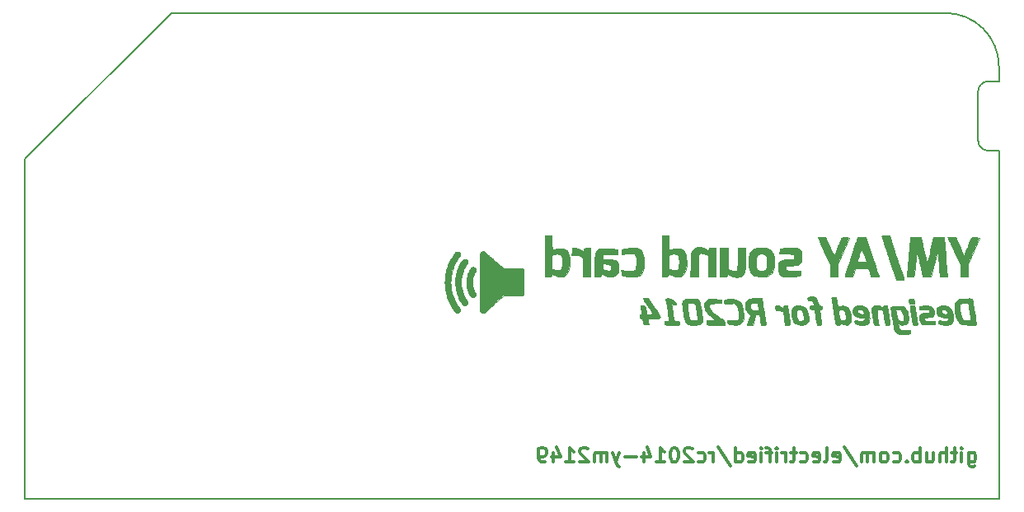
<source format=gbr>
G04 #@! TF.GenerationSoftware,KiCad,Pcbnew,(6.0.10)*
G04 #@! TF.CreationDate,2023-01-09T23:29:43+00:00*
G04 #@! TF.ProjectId,rc2014-ym2149,72633230-3134-42d7-996d-323134392e6b,6.2-pre*
G04 #@! TF.SameCoordinates,Original*
G04 #@! TF.FileFunction,Legend,Bot*
G04 #@! TF.FilePolarity,Positive*
%FSLAX46Y46*%
G04 Gerber Fmt 4.6, Leading zero omitted, Abs format (unit mm)*
G04 Created by KiCad (PCBNEW (6.0.10)) date 2023-01-09 23:29:43*
%MOMM*%
%LPD*%
G01*
G04 APERTURE LIST*
G04 #@! TA.AperFunction,Profile*
%ADD10C,0.150000*%
G04 #@! TD*
%ADD11C,0.300000*%
%ADD12C,0.010000*%
G04 APERTURE END LIST*
D10*
X155000000Y-114500000D02*
X75500000Y-114500000D01*
X158369000Y-122555000D02*
X158369000Y-127635000D01*
X160500000Y-121539000D02*
X160500000Y-120000000D01*
X160500000Y-121539000D02*
X159385000Y-121539000D01*
X160500000Y-164500000D02*
X160500000Y-128651000D01*
X60500000Y-129500000D02*
X60500000Y-164500000D01*
X160500000Y-120000000D02*
G75*
G03*
X155000000Y-114500000I-5500000J0D01*
G01*
X158369000Y-127635000D02*
G75*
G03*
X159385000Y-128651000I1016000J0D01*
G01*
X60500000Y-129500000D02*
X75500000Y-114500000D01*
X159385000Y-121539000D02*
G75*
G03*
X158369000Y-122555000I0J-1016000D01*
G01*
X160500000Y-128651000D02*
X159385000Y-128651000D01*
X60500000Y-164500000D02*
X160500000Y-164500000D01*
D11*
X157386000Y-159698571D02*
X157386000Y-160912857D01*
X157457428Y-161055714D01*
X157528857Y-161127142D01*
X157671714Y-161198571D01*
X157886000Y-161198571D01*
X158028857Y-161127142D01*
X157386000Y-160627142D02*
X157528857Y-160698571D01*
X157814571Y-160698571D01*
X157957428Y-160627142D01*
X158028857Y-160555714D01*
X158100285Y-160412857D01*
X158100285Y-159984285D01*
X158028857Y-159841428D01*
X157957428Y-159770000D01*
X157814571Y-159698571D01*
X157528857Y-159698571D01*
X157386000Y-159770000D01*
X156671714Y-160698571D02*
X156671714Y-159698571D01*
X156671714Y-159198571D02*
X156743142Y-159270000D01*
X156671714Y-159341428D01*
X156600285Y-159270000D01*
X156671714Y-159198571D01*
X156671714Y-159341428D01*
X156171714Y-159698571D02*
X155600285Y-159698571D01*
X155957428Y-159198571D02*
X155957428Y-160484285D01*
X155886000Y-160627142D01*
X155743142Y-160698571D01*
X155600285Y-160698571D01*
X155100285Y-160698571D02*
X155100285Y-159198571D01*
X154457428Y-160698571D02*
X154457428Y-159912857D01*
X154528857Y-159770000D01*
X154671714Y-159698571D01*
X154886000Y-159698571D01*
X155028857Y-159770000D01*
X155100285Y-159841428D01*
X153100285Y-159698571D02*
X153100285Y-160698571D01*
X153743142Y-159698571D02*
X153743142Y-160484285D01*
X153671714Y-160627142D01*
X153528857Y-160698571D01*
X153314571Y-160698571D01*
X153171714Y-160627142D01*
X153100285Y-160555714D01*
X152386000Y-160698571D02*
X152386000Y-159198571D01*
X152386000Y-159770000D02*
X152243142Y-159698571D01*
X151957428Y-159698571D01*
X151814571Y-159770000D01*
X151743142Y-159841428D01*
X151671714Y-159984285D01*
X151671714Y-160412857D01*
X151743142Y-160555714D01*
X151814571Y-160627142D01*
X151957428Y-160698571D01*
X152243142Y-160698571D01*
X152386000Y-160627142D01*
X151028857Y-160555714D02*
X150957428Y-160627142D01*
X151028857Y-160698571D01*
X151100285Y-160627142D01*
X151028857Y-160555714D01*
X151028857Y-160698571D01*
X149671714Y-160627142D02*
X149814571Y-160698571D01*
X150100285Y-160698571D01*
X150243142Y-160627142D01*
X150314571Y-160555714D01*
X150386000Y-160412857D01*
X150386000Y-159984285D01*
X150314571Y-159841428D01*
X150243142Y-159770000D01*
X150100285Y-159698571D01*
X149814571Y-159698571D01*
X149671714Y-159770000D01*
X148814571Y-160698571D02*
X148957428Y-160627142D01*
X149028857Y-160555714D01*
X149100285Y-160412857D01*
X149100285Y-159984285D01*
X149028857Y-159841428D01*
X148957428Y-159770000D01*
X148814571Y-159698571D01*
X148600285Y-159698571D01*
X148457428Y-159770000D01*
X148386000Y-159841428D01*
X148314571Y-159984285D01*
X148314571Y-160412857D01*
X148386000Y-160555714D01*
X148457428Y-160627142D01*
X148600285Y-160698571D01*
X148814571Y-160698571D01*
X147671714Y-160698571D02*
X147671714Y-159698571D01*
X147671714Y-159841428D02*
X147600285Y-159770000D01*
X147457428Y-159698571D01*
X147243142Y-159698571D01*
X147100285Y-159770000D01*
X147028857Y-159912857D01*
X147028857Y-160698571D01*
X147028857Y-159912857D02*
X146957428Y-159770000D01*
X146814571Y-159698571D01*
X146600285Y-159698571D01*
X146457428Y-159770000D01*
X146386000Y-159912857D01*
X146386000Y-160698571D01*
X144600285Y-159127142D02*
X145886000Y-161055714D01*
X143528857Y-160627142D02*
X143671714Y-160698571D01*
X143957428Y-160698571D01*
X144100285Y-160627142D01*
X144171714Y-160484285D01*
X144171714Y-159912857D01*
X144100285Y-159770000D01*
X143957428Y-159698571D01*
X143671714Y-159698571D01*
X143528857Y-159770000D01*
X143457428Y-159912857D01*
X143457428Y-160055714D01*
X144171714Y-160198571D01*
X142600285Y-160698571D02*
X142743142Y-160627142D01*
X142814571Y-160484285D01*
X142814571Y-159198571D01*
X141457428Y-160627142D02*
X141600285Y-160698571D01*
X141886000Y-160698571D01*
X142028857Y-160627142D01*
X142100285Y-160484285D01*
X142100285Y-159912857D01*
X142028857Y-159770000D01*
X141886000Y-159698571D01*
X141600285Y-159698571D01*
X141457428Y-159770000D01*
X141386000Y-159912857D01*
X141386000Y-160055714D01*
X142100285Y-160198571D01*
X140100285Y-160627142D02*
X140243142Y-160698571D01*
X140528857Y-160698571D01*
X140671714Y-160627142D01*
X140743142Y-160555714D01*
X140814571Y-160412857D01*
X140814571Y-159984285D01*
X140743142Y-159841428D01*
X140671714Y-159770000D01*
X140528857Y-159698571D01*
X140243142Y-159698571D01*
X140100285Y-159770000D01*
X139671714Y-159698571D02*
X139100285Y-159698571D01*
X139457428Y-159198571D02*
X139457428Y-160484285D01*
X139386000Y-160627142D01*
X139243142Y-160698571D01*
X139100285Y-160698571D01*
X138600285Y-160698571D02*
X138600285Y-159698571D01*
X138600285Y-159984285D02*
X138528857Y-159841428D01*
X138457428Y-159770000D01*
X138314571Y-159698571D01*
X138171714Y-159698571D01*
X137671714Y-160698571D02*
X137671714Y-159698571D01*
X137671714Y-159198571D02*
X137743142Y-159270000D01*
X137671714Y-159341428D01*
X137600285Y-159270000D01*
X137671714Y-159198571D01*
X137671714Y-159341428D01*
X137171714Y-159698571D02*
X136600285Y-159698571D01*
X136957428Y-160698571D02*
X136957428Y-159412857D01*
X136886000Y-159270000D01*
X136743142Y-159198571D01*
X136600285Y-159198571D01*
X136100285Y-160698571D02*
X136100285Y-159698571D01*
X136100285Y-159198571D02*
X136171714Y-159270000D01*
X136100285Y-159341428D01*
X136028857Y-159270000D01*
X136100285Y-159198571D01*
X136100285Y-159341428D01*
X134814571Y-160627142D02*
X134957428Y-160698571D01*
X135243142Y-160698571D01*
X135386000Y-160627142D01*
X135457428Y-160484285D01*
X135457428Y-159912857D01*
X135386000Y-159770000D01*
X135243142Y-159698571D01*
X134957428Y-159698571D01*
X134814571Y-159770000D01*
X134743142Y-159912857D01*
X134743142Y-160055714D01*
X135457428Y-160198571D01*
X133457428Y-160698571D02*
X133457428Y-159198571D01*
X133457428Y-160627142D02*
X133600285Y-160698571D01*
X133885999Y-160698571D01*
X134028857Y-160627142D01*
X134100285Y-160555714D01*
X134171714Y-160412857D01*
X134171714Y-159984285D01*
X134100285Y-159841428D01*
X134028857Y-159770000D01*
X133885999Y-159698571D01*
X133600285Y-159698571D01*
X133457428Y-159770000D01*
X131671714Y-159127142D02*
X132957428Y-161055714D01*
X131171714Y-160698571D02*
X131171714Y-159698571D01*
X131171714Y-159984285D02*
X131100285Y-159841428D01*
X131028857Y-159770000D01*
X130885999Y-159698571D01*
X130743142Y-159698571D01*
X129600285Y-160627142D02*
X129743142Y-160698571D01*
X130028857Y-160698571D01*
X130171714Y-160627142D01*
X130243142Y-160555714D01*
X130314571Y-160412857D01*
X130314571Y-159984285D01*
X130243142Y-159841428D01*
X130171714Y-159770000D01*
X130028857Y-159698571D01*
X129743142Y-159698571D01*
X129600285Y-159770000D01*
X129028857Y-159341428D02*
X128957428Y-159270000D01*
X128814571Y-159198571D01*
X128457428Y-159198571D01*
X128314571Y-159270000D01*
X128243142Y-159341428D01*
X128171714Y-159484285D01*
X128171714Y-159627142D01*
X128243142Y-159841428D01*
X129100285Y-160698571D01*
X128171714Y-160698571D01*
X127243142Y-159198571D02*
X127100285Y-159198571D01*
X126957428Y-159270000D01*
X126885999Y-159341428D01*
X126814571Y-159484285D01*
X126743142Y-159770000D01*
X126743142Y-160127142D01*
X126814571Y-160412857D01*
X126885999Y-160555714D01*
X126957428Y-160627142D01*
X127100285Y-160698571D01*
X127243142Y-160698571D01*
X127385999Y-160627142D01*
X127457428Y-160555714D01*
X127528857Y-160412857D01*
X127600285Y-160127142D01*
X127600285Y-159770000D01*
X127528857Y-159484285D01*
X127457428Y-159341428D01*
X127385999Y-159270000D01*
X127243142Y-159198571D01*
X125314571Y-160698571D02*
X126171714Y-160698571D01*
X125743142Y-160698571D02*
X125743142Y-159198571D01*
X125885999Y-159412857D01*
X126028857Y-159555714D01*
X126171714Y-159627142D01*
X124028857Y-159698571D02*
X124028857Y-160698571D01*
X124385999Y-159127142D02*
X124743142Y-160198571D01*
X123814571Y-160198571D01*
X123243142Y-160127142D02*
X122100285Y-160127142D01*
X121528857Y-159698571D02*
X121171714Y-160698571D01*
X120814571Y-159698571D02*
X121171714Y-160698571D01*
X121314571Y-161055714D01*
X121385999Y-161127142D01*
X121528857Y-161198571D01*
X120243142Y-160698571D02*
X120243142Y-159698571D01*
X120243142Y-159841428D02*
X120171714Y-159770000D01*
X120028857Y-159698571D01*
X119814571Y-159698571D01*
X119671714Y-159770000D01*
X119600285Y-159912857D01*
X119600285Y-160698571D01*
X119600285Y-159912857D02*
X119528857Y-159770000D01*
X119385999Y-159698571D01*
X119171714Y-159698571D01*
X119028857Y-159770000D01*
X118957428Y-159912857D01*
X118957428Y-160698571D01*
X118314571Y-159341428D02*
X118243142Y-159270000D01*
X118100285Y-159198571D01*
X117743142Y-159198571D01*
X117600285Y-159270000D01*
X117528857Y-159341428D01*
X117457428Y-159484285D01*
X117457428Y-159627142D01*
X117528857Y-159841428D01*
X118385999Y-160698571D01*
X117457428Y-160698571D01*
X116028857Y-160698571D02*
X116885999Y-160698571D01*
X116457428Y-160698571D02*
X116457428Y-159198571D01*
X116600285Y-159412857D01*
X116743142Y-159555714D01*
X116885999Y-159627142D01*
X114743142Y-159698571D02*
X114743142Y-160698571D01*
X115100285Y-159127142D02*
X115457428Y-160198571D01*
X114528857Y-160198571D01*
X113885999Y-160698571D02*
X113600285Y-160698571D01*
X113457428Y-160627142D01*
X113385999Y-160555714D01*
X113243142Y-160341428D01*
X113171714Y-160055714D01*
X113171714Y-159484285D01*
X113243142Y-159341428D01*
X113314571Y-159270000D01*
X113457428Y-159198571D01*
X113743142Y-159198571D01*
X113885999Y-159270000D01*
X113957428Y-159341428D01*
X114028857Y-159484285D01*
X114028857Y-159841428D01*
X113957428Y-159984285D01*
X113885999Y-160055714D01*
X113743142Y-160127142D01*
X113457428Y-160127142D01*
X113314571Y-160055714D01*
X113243142Y-159984285D01*
X113171714Y-159841428D01*
G36*
X106511156Y-140634148D02*
G01*
X106553629Y-140641023D01*
X106594365Y-140653901D01*
X106632719Y-140672393D01*
X106668049Y-140696109D01*
X106699709Y-140724660D01*
X106727057Y-140757659D01*
X106749447Y-140794715D01*
X106766237Y-140835441D01*
X106776782Y-140879447D01*
X106780438Y-140926344D01*
X106779829Y-140951557D01*
X106777687Y-140974589D01*
X106773568Y-140996463D01*
X106767025Y-141018443D01*
X106757613Y-141041793D01*
X106744885Y-141067779D01*
X106728395Y-141097666D01*
X106707699Y-141132719D01*
X106679371Y-141181322D01*
X106624522Y-141285820D01*
X106575209Y-141394485D01*
X106531872Y-141506130D01*
X106494952Y-141619571D01*
X106464890Y-141733621D01*
X106442126Y-141847094D01*
X106432180Y-141912246D01*
X106418475Y-142040770D01*
X106412644Y-142168780D01*
X106414645Y-142296057D01*
X106424437Y-142422383D01*
X106441980Y-142547538D01*
X106467233Y-142671305D01*
X106500153Y-142793465D01*
X106540701Y-142913798D01*
X106588835Y-143032087D01*
X106644514Y-143148112D01*
X106707698Y-143261656D01*
X106717021Y-143277534D01*
X106735628Y-143311466D01*
X106749761Y-143341428D01*
X106759906Y-143368864D01*
X106766550Y-143395220D01*
X106770180Y-143421940D01*
X106771281Y-143450469D01*
X106770723Y-143468502D01*
X106764073Y-143514821D01*
X106750338Y-143558844D01*
X106730051Y-143599882D01*
X106703747Y-143637250D01*
X106671959Y-143670262D01*
X106635221Y-143698229D01*
X106594067Y-143720466D01*
X106549031Y-143736287D01*
X106545693Y-143737130D01*
X106515605Y-143742050D01*
X106481586Y-143743773D01*
X106446474Y-143742395D01*
X106413109Y-143738011D01*
X106384328Y-143730719D01*
X106351061Y-143717430D01*
X106317292Y-143698796D01*
X106286530Y-143675485D01*
X106257868Y-143646688D01*
X106230397Y-143611597D01*
X106203208Y-143569402D01*
X106174841Y-143520650D01*
X106106775Y-143393898D01*
X106046221Y-143265804D01*
X105993025Y-143135893D01*
X105947028Y-143003687D01*
X105908074Y-142868711D01*
X105876007Y-142730490D01*
X105850669Y-142588547D01*
X105831904Y-142442407D01*
X105830952Y-142432373D01*
X105828878Y-142402589D01*
X105827195Y-142366692D01*
X105825903Y-142325956D01*
X105825002Y-142281659D01*
X105824493Y-142235077D01*
X105824375Y-142187488D01*
X105824648Y-142140166D01*
X105825312Y-142094390D01*
X105826369Y-142051435D01*
X105827816Y-142012578D01*
X105829655Y-141979097D01*
X105831886Y-141952266D01*
X105837657Y-141901308D01*
X105859009Y-141755047D01*
X105887098Y-141612782D01*
X105922026Y-141474202D01*
X105963894Y-141339001D01*
X106012803Y-141206870D01*
X106068855Y-141077502D01*
X106132152Y-140950587D01*
X106202795Y-140825818D01*
X106204491Y-140823000D01*
X106226940Y-140786980D01*
X106247309Y-140757201D01*
X106266530Y-140732658D01*
X106285536Y-140712347D01*
X106305260Y-140695265D01*
X106326635Y-140680407D01*
X106350594Y-140666769D01*
X106379754Y-140653423D01*
X106423575Y-140639959D01*
X106467590Y-140633663D01*
X106511156Y-140634148D01*
G37*
D12*
X106511156Y-140634148D02*
X106553629Y-140641023D01*
X106594365Y-140653901D01*
X106632719Y-140672393D01*
X106668049Y-140696109D01*
X106699709Y-140724660D01*
X106727057Y-140757659D01*
X106749447Y-140794715D01*
X106766237Y-140835441D01*
X106776782Y-140879447D01*
X106780438Y-140926344D01*
X106779829Y-140951557D01*
X106777687Y-140974589D01*
X106773568Y-140996463D01*
X106767025Y-141018443D01*
X106757613Y-141041793D01*
X106744885Y-141067779D01*
X106728395Y-141097666D01*
X106707699Y-141132719D01*
X106679371Y-141181322D01*
X106624522Y-141285820D01*
X106575209Y-141394485D01*
X106531872Y-141506130D01*
X106494952Y-141619571D01*
X106464890Y-141733621D01*
X106442126Y-141847094D01*
X106432180Y-141912246D01*
X106418475Y-142040770D01*
X106412644Y-142168780D01*
X106414645Y-142296057D01*
X106424437Y-142422383D01*
X106441980Y-142547538D01*
X106467233Y-142671305D01*
X106500153Y-142793465D01*
X106540701Y-142913798D01*
X106588835Y-143032087D01*
X106644514Y-143148112D01*
X106707698Y-143261656D01*
X106717021Y-143277534D01*
X106735628Y-143311466D01*
X106749761Y-143341428D01*
X106759906Y-143368864D01*
X106766550Y-143395220D01*
X106770180Y-143421940D01*
X106771281Y-143450469D01*
X106770723Y-143468502D01*
X106764073Y-143514821D01*
X106750338Y-143558844D01*
X106730051Y-143599882D01*
X106703747Y-143637250D01*
X106671959Y-143670262D01*
X106635221Y-143698229D01*
X106594067Y-143720466D01*
X106549031Y-143736287D01*
X106545693Y-143737130D01*
X106515605Y-143742050D01*
X106481586Y-143743773D01*
X106446474Y-143742395D01*
X106413109Y-143738011D01*
X106384328Y-143730719D01*
X106351061Y-143717430D01*
X106317292Y-143698796D01*
X106286530Y-143675485D01*
X106257868Y-143646688D01*
X106230397Y-143611597D01*
X106203208Y-143569402D01*
X106174841Y-143520650D01*
X106106775Y-143393898D01*
X106046221Y-143265804D01*
X105993025Y-143135893D01*
X105947028Y-143003687D01*
X105908074Y-142868711D01*
X105876007Y-142730490D01*
X105850669Y-142588547D01*
X105831904Y-142442407D01*
X105830952Y-142432373D01*
X105828878Y-142402589D01*
X105827195Y-142366692D01*
X105825903Y-142325956D01*
X105825002Y-142281659D01*
X105824493Y-142235077D01*
X105824375Y-142187488D01*
X105824648Y-142140166D01*
X105825312Y-142094390D01*
X105826369Y-142051435D01*
X105827816Y-142012578D01*
X105829655Y-141979097D01*
X105831886Y-141952266D01*
X105837657Y-141901308D01*
X105859009Y-141755047D01*
X105887098Y-141612782D01*
X105922026Y-141474202D01*
X105963894Y-141339001D01*
X106012803Y-141206870D01*
X106068855Y-141077502D01*
X106132152Y-140950587D01*
X106202795Y-140825818D01*
X106204491Y-140823000D01*
X106226940Y-140786980D01*
X106247309Y-140757201D01*
X106266530Y-140732658D01*
X106285536Y-140712347D01*
X106305260Y-140695265D01*
X106326635Y-140680407D01*
X106350594Y-140666769D01*
X106379754Y-140653423D01*
X106423575Y-140639959D01*
X106467590Y-140633663D01*
X106511156Y-140634148D01*
G36*
X107525021Y-139011247D02*
G01*
X107557193Y-139014541D01*
X107584775Y-139020737D01*
X107606038Y-139028043D01*
X107641656Y-139044016D01*
X107674069Y-139064114D01*
X107677313Y-139066726D01*
X107686557Y-139074489D01*
X107701386Y-139087087D01*
X107721569Y-139104322D01*
X107746877Y-139125997D01*
X107777079Y-139151912D01*
X107811947Y-139181871D01*
X107851249Y-139215675D01*
X107894756Y-139253125D01*
X107942239Y-139294024D01*
X107993467Y-139338173D01*
X108048210Y-139385375D01*
X108106239Y-139435431D01*
X108167323Y-139488143D01*
X108231234Y-139543313D01*
X108297740Y-139600743D01*
X108366613Y-139660234D01*
X108437621Y-139721590D01*
X108510536Y-139784610D01*
X108585128Y-139849099D01*
X108661166Y-139914856D01*
X109628521Y-140751540D01*
X110550393Y-140752640D01*
X111472266Y-140753740D01*
X111503169Y-140762526D01*
X111521497Y-140768296D01*
X111566774Y-140787921D01*
X111607345Y-140813684D01*
X111642799Y-140845240D01*
X111672725Y-140882247D01*
X111696712Y-140924360D01*
X111698563Y-140928186D01*
X111701124Y-140933153D01*
X111703512Y-140937606D01*
X111705733Y-140941818D01*
X111707792Y-140946061D01*
X111709696Y-140950608D01*
X111711451Y-140955732D01*
X111713061Y-140961705D01*
X111714533Y-140968799D01*
X111715872Y-140977288D01*
X111717085Y-140987444D01*
X111718177Y-140999540D01*
X111719153Y-141013848D01*
X111720021Y-141030641D01*
X111720784Y-141050191D01*
X111721450Y-141072772D01*
X111722024Y-141098655D01*
X111722511Y-141128114D01*
X111722918Y-141161421D01*
X111723250Y-141198849D01*
X111723514Y-141240670D01*
X111723714Y-141287157D01*
X111723856Y-141338582D01*
X111723947Y-141395219D01*
X111723992Y-141457339D01*
X111723997Y-141525216D01*
X111723967Y-141599123D01*
X111723909Y-141679330D01*
X111723829Y-141766113D01*
X111723731Y-141859742D01*
X111723622Y-141960491D01*
X111723507Y-142068632D01*
X111723393Y-142184438D01*
X111722297Y-143353235D01*
X111711154Y-143384985D01*
X111693248Y-143426711D01*
X111668598Y-143466182D01*
X111637297Y-143502063D01*
X111632414Y-143506819D01*
X111602985Y-143532045D01*
X111572377Y-143551862D01*
X111537707Y-143568184D01*
X111533475Y-143569923D01*
X111528260Y-143572101D01*
X111523282Y-143574111D01*
X111518226Y-143575958D01*
X111512778Y-143577651D01*
X111506623Y-143579196D01*
X111499448Y-143580599D01*
X111490937Y-143581868D01*
X111480776Y-143583009D01*
X111468650Y-143584030D01*
X111454247Y-143584936D01*
X111437250Y-143585736D01*
X111417346Y-143586435D01*
X111394221Y-143587041D01*
X111367559Y-143587560D01*
X111337047Y-143587999D01*
X111302370Y-143588366D01*
X111263214Y-143588666D01*
X111219264Y-143588907D01*
X111170206Y-143589096D01*
X111115725Y-143589240D01*
X111055508Y-143589344D01*
X110989240Y-143589417D01*
X110916606Y-143589465D01*
X110837292Y-143589495D01*
X110750984Y-143589513D01*
X110657367Y-143589527D01*
X110556127Y-143589543D01*
X109658547Y-143589711D01*
X108670328Y-144445022D01*
X108631833Y-144478336D01*
X108541363Y-144556600D01*
X108454479Y-144631717D01*
X108371316Y-144703574D01*
X108292005Y-144772056D01*
X108216682Y-144837048D01*
X108145480Y-144898435D01*
X108078531Y-144956103D01*
X108015970Y-145009938D01*
X107957929Y-145059824D01*
X107904543Y-145105647D01*
X107855945Y-145147293D01*
X107812268Y-145184647D01*
X107773647Y-145217594D01*
X107740213Y-145246019D01*
X107712101Y-145269809D01*
X107689445Y-145288848D01*
X107672377Y-145303022D01*
X107661032Y-145312216D01*
X107655542Y-145316316D01*
X107649896Y-145319606D01*
X107618418Y-145334983D01*
X107584757Y-145347236D01*
X107552646Y-145354964D01*
X107521392Y-145358316D01*
X107474921Y-145356930D01*
X107428908Y-145348312D01*
X107384719Y-145332751D01*
X107343720Y-145310540D01*
X107340211Y-145308191D01*
X107318366Y-145291473D01*
X107296294Y-145271521D01*
X107276407Y-145250654D01*
X107261119Y-145231189D01*
X107256522Y-145223955D01*
X107245461Y-145203801D01*
X107234259Y-145180312D01*
X107224282Y-145156457D01*
X107216899Y-145135203D01*
X107216593Y-145134071D01*
X107216162Y-145132025D01*
X107215750Y-145129360D01*
X107215355Y-145125905D01*
X107214978Y-145121491D01*
X107214618Y-145115947D01*
X107214274Y-145109103D01*
X107213946Y-145100789D01*
X107213634Y-145090834D01*
X107213337Y-145079070D01*
X107213054Y-145065324D01*
X107212785Y-145049428D01*
X107212530Y-145031210D01*
X107212288Y-145010502D01*
X107212058Y-144987132D01*
X107211841Y-144960930D01*
X107211635Y-144931726D01*
X107211441Y-144899351D01*
X107211257Y-144863633D01*
X107211083Y-144824402D01*
X107210920Y-144781489D01*
X107210765Y-144734723D01*
X107210619Y-144683935D01*
X107210482Y-144628952D01*
X107210353Y-144569607D01*
X107210230Y-144505728D01*
X107210115Y-144437145D01*
X107210006Y-144363688D01*
X107209903Y-144285187D01*
X107209806Y-144201472D01*
X107209713Y-144112372D01*
X107209625Y-144017717D01*
X107209541Y-143917337D01*
X107209461Y-143811062D01*
X107209383Y-143698722D01*
X107209308Y-143580146D01*
X107209236Y-143455164D01*
X107209164Y-143323607D01*
X107209095Y-143185303D01*
X107209025Y-143040083D01*
X107208956Y-142887777D01*
X107208887Y-142728213D01*
X107208817Y-142561223D01*
X107208745Y-142386636D01*
X107208672Y-142204282D01*
X107208610Y-142040509D01*
X107208544Y-141847830D01*
X107208488Y-141662921D01*
X107208445Y-141485691D01*
X107208412Y-141316046D01*
X107208391Y-141153895D01*
X107208381Y-140999146D01*
X107208383Y-140851708D01*
X107208396Y-140711487D01*
X107208421Y-140578392D01*
X107208458Y-140452331D01*
X107208508Y-140333211D01*
X107208569Y-140220942D01*
X107208642Y-140115430D01*
X107208728Y-140016585D01*
X107208826Y-139924313D01*
X107208937Y-139838523D01*
X107209060Y-139759122D01*
X107209196Y-139686019D01*
X107209344Y-139619122D01*
X107209506Y-139558339D01*
X107209680Y-139503577D01*
X107209868Y-139454745D01*
X107210069Y-139411751D01*
X107210283Y-139374502D01*
X107210510Y-139342907D01*
X107210751Y-139316873D01*
X107211006Y-139296309D01*
X107211274Y-139281123D01*
X107211556Y-139271221D01*
X107211852Y-139266514D01*
X107212773Y-139260407D01*
X107224255Y-139212646D01*
X107242552Y-139168606D01*
X107267260Y-139128760D01*
X107297978Y-139093577D01*
X107334301Y-139063528D01*
X107375828Y-139039085D01*
X107422156Y-139020716D01*
X107428931Y-139018783D01*
X107458092Y-139013368D01*
X107491055Y-139010856D01*
X107525021Y-139011247D01*
G37*
X107525021Y-139011247D02*
X107557193Y-139014541D01*
X107584775Y-139020737D01*
X107606038Y-139028043D01*
X107641656Y-139044016D01*
X107674069Y-139064114D01*
X107677313Y-139066726D01*
X107686557Y-139074489D01*
X107701386Y-139087087D01*
X107721569Y-139104322D01*
X107746877Y-139125997D01*
X107777079Y-139151912D01*
X107811947Y-139181871D01*
X107851249Y-139215675D01*
X107894756Y-139253125D01*
X107942239Y-139294024D01*
X107993467Y-139338173D01*
X108048210Y-139385375D01*
X108106239Y-139435431D01*
X108167323Y-139488143D01*
X108231234Y-139543313D01*
X108297740Y-139600743D01*
X108366613Y-139660234D01*
X108437621Y-139721590D01*
X108510536Y-139784610D01*
X108585128Y-139849099D01*
X108661166Y-139914856D01*
X109628521Y-140751540D01*
X110550393Y-140752640D01*
X111472266Y-140753740D01*
X111503169Y-140762526D01*
X111521497Y-140768296D01*
X111566774Y-140787921D01*
X111607345Y-140813684D01*
X111642799Y-140845240D01*
X111672725Y-140882247D01*
X111696712Y-140924360D01*
X111698563Y-140928186D01*
X111701124Y-140933153D01*
X111703512Y-140937606D01*
X111705733Y-140941818D01*
X111707792Y-140946061D01*
X111709696Y-140950608D01*
X111711451Y-140955732D01*
X111713061Y-140961705D01*
X111714533Y-140968799D01*
X111715872Y-140977288D01*
X111717085Y-140987444D01*
X111718177Y-140999540D01*
X111719153Y-141013848D01*
X111720021Y-141030641D01*
X111720784Y-141050191D01*
X111721450Y-141072772D01*
X111722024Y-141098655D01*
X111722511Y-141128114D01*
X111722918Y-141161421D01*
X111723250Y-141198849D01*
X111723514Y-141240670D01*
X111723714Y-141287157D01*
X111723856Y-141338582D01*
X111723947Y-141395219D01*
X111723992Y-141457339D01*
X111723997Y-141525216D01*
X111723967Y-141599123D01*
X111723909Y-141679330D01*
X111723829Y-141766113D01*
X111723731Y-141859742D01*
X111723622Y-141960491D01*
X111723507Y-142068632D01*
X111723393Y-142184438D01*
X111722297Y-143353235D01*
X111711154Y-143384985D01*
X111693248Y-143426711D01*
X111668598Y-143466182D01*
X111637297Y-143502063D01*
X111632414Y-143506819D01*
X111602985Y-143532045D01*
X111572377Y-143551862D01*
X111537707Y-143568184D01*
X111533475Y-143569923D01*
X111528260Y-143572101D01*
X111523282Y-143574111D01*
X111518226Y-143575958D01*
X111512778Y-143577651D01*
X111506623Y-143579196D01*
X111499448Y-143580599D01*
X111490937Y-143581868D01*
X111480776Y-143583009D01*
X111468650Y-143584030D01*
X111454247Y-143584936D01*
X111437250Y-143585736D01*
X111417346Y-143586435D01*
X111394221Y-143587041D01*
X111367559Y-143587560D01*
X111337047Y-143587999D01*
X111302370Y-143588366D01*
X111263214Y-143588666D01*
X111219264Y-143588907D01*
X111170206Y-143589096D01*
X111115725Y-143589240D01*
X111055508Y-143589344D01*
X110989240Y-143589417D01*
X110916606Y-143589465D01*
X110837292Y-143589495D01*
X110750984Y-143589513D01*
X110657367Y-143589527D01*
X110556127Y-143589543D01*
X109658547Y-143589711D01*
X108670328Y-144445022D01*
X108631833Y-144478336D01*
X108541363Y-144556600D01*
X108454479Y-144631717D01*
X108371316Y-144703574D01*
X108292005Y-144772056D01*
X108216682Y-144837048D01*
X108145480Y-144898435D01*
X108078531Y-144956103D01*
X108015970Y-145009938D01*
X107957929Y-145059824D01*
X107904543Y-145105647D01*
X107855945Y-145147293D01*
X107812268Y-145184647D01*
X107773647Y-145217594D01*
X107740213Y-145246019D01*
X107712101Y-145269809D01*
X107689445Y-145288848D01*
X107672377Y-145303022D01*
X107661032Y-145312216D01*
X107655542Y-145316316D01*
X107649896Y-145319606D01*
X107618418Y-145334983D01*
X107584757Y-145347236D01*
X107552646Y-145354964D01*
X107521392Y-145358316D01*
X107474921Y-145356930D01*
X107428908Y-145348312D01*
X107384719Y-145332751D01*
X107343720Y-145310540D01*
X107340211Y-145308191D01*
X107318366Y-145291473D01*
X107296294Y-145271521D01*
X107276407Y-145250654D01*
X107261119Y-145231189D01*
X107256522Y-145223955D01*
X107245461Y-145203801D01*
X107234259Y-145180312D01*
X107224282Y-145156457D01*
X107216899Y-145135203D01*
X107216593Y-145134071D01*
X107216162Y-145132025D01*
X107215750Y-145129360D01*
X107215355Y-145125905D01*
X107214978Y-145121491D01*
X107214618Y-145115947D01*
X107214274Y-145109103D01*
X107213946Y-145100789D01*
X107213634Y-145090834D01*
X107213337Y-145079070D01*
X107213054Y-145065324D01*
X107212785Y-145049428D01*
X107212530Y-145031210D01*
X107212288Y-145010502D01*
X107212058Y-144987132D01*
X107211841Y-144960930D01*
X107211635Y-144931726D01*
X107211441Y-144899351D01*
X107211257Y-144863633D01*
X107211083Y-144824402D01*
X107210920Y-144781489D01*
X107210765Y-144734723D01*
X107210619Y-144683935D01*
X107210482Y-144628952D01*
X107210353Y-144569607D01*
X107210230Y-144505728D01*
X107210115Y-144437145D01*
X107210006Y-144363688D01*
X107209903Y-144285187D01*
X107209806Y-144201472D01*
X107209713Y-144112372D01*
X107209625Y-144017717D01*
X107209541Y-143917337D01*
X107209461Y-143811062D01*
X107209383Y-143698722D01*
X107209308Y-143580146D01*
X107209236Y-143455164D01*
X107209164Y-143323607D01*
X107209095Y-143185303D01*
X107209025Y-143040083D01*
X107208956Y-142887777D01*
X107208887Y-142728213D01*
X107208817Y-142561223D01*
X107208745Y-142386636D01*
X107208672Y-142204282D01*
X107208610Y-142040509D01*
X107208544Y-141847830D01*
X107208488Y-141662921D01*
X107208445Y-141485691D01*
X107208412Y-141316046D01*
X107208391Y-141153895D01*
X107208381Y-140999146D01*
X107208383Y-140851708D01*
X107208396Y-140711487D01*
X107208421Y-140578392D01*
X107208458Y-140452331D01*
X107208508Y-140333211D01*
X107208569Y-140220942D01*
X107208642Y-140115430D01*
X107208728Y-140016585D01*
X107208826Y-139924313D01*
X107208937Y-139838523D01*
X107209060Y-139759122D01*
X107209196Y-139686019D01*
X107209344Y-139619122D01*
X107209506Y-139558339D01*
X107209680Y-139503577D01*
X107209868Y-139454745D01*
X107210069Y-139411751D01*
X107210283Y-139374502D01*
X107210510Y-139342907D01*
X107210751Y-139316873D01*
X107211006Y-139296309D01*
X107211274Y-139281123D01*
X107211556Y-139271221D01*
X107211852Y-139266514D01*
X107212773Y-139260407D01*
X107224255Y-139212646D01*
X107242552Y-139168606D01*
X107267260Y-139128760D01*
X107297978Y-139093577D01*
X107334301Y-139063528D01*
X107375828Y-139039085D01*
X107422156Y-139020716D01*
X107428931Y-139018783D01*
X107458092Y-139013368D01*
X107491055Y-139010856D01*
X107525021Y-139011247D01*
G36*
X105705323Y-139809407D02*
G01*
X105750699Y-139820432D01*
X105794341Y-139838821D01*
X105806800Y-139845680D01*
X105845837Y-139872758D01*
X105879496Y-139905112D01*
X105907357Y-139941994D01*
X105928999Y-139982659D01*
X105944003Y-140026360D01*
X105951950Y-140072351D01*
X105952418Y-140119886D01*
X105952315Y-140121313D01*
X105949359Y-140148880D01*
X105944407Y-140174128D01*
X105936880Y-140198403D01*
X105926199Y-140223048D01*
X105911786Y-140249410D01*
X105893061Y-140278834D01*
X105869445Y-140312664D01*
X105856498Y-140330786D01*
X105767386Y-140463240D01*
X105685162Y-140599531D01*
X105609926Y-140739405D01*
X105541776Y-140882608D01*
X105480813Y-141028885D01*
X105427136Y-141177983D01*
X105380846Y-141329645D01*
X105342041Y-141483620D01*
X105310822Y-141639651D01*
X105287288Y-141797485D01*
X105286260Y-141805867D01*
X105270906Y-141964901D01*
X105263375Y-142123746D01*
X105263604Y-142282133D01*
X105271523Y-142439796D01*
X105287068Y-142596466D01*
X105310172Y-142751877D01*
X105340768Y-142905760D01*
X105378790Y-143057849D01*
X105424171Y-143207876D01*
X105476844Y-143355573D01*
X105536744Y-143500673D01*
X105603803Y-143642908D01*
X105677955Y-143782011D01*
X105759134Y-143917714D01*
X105847274Y-144049750D01*
X105858843Y-144066343D01*
X105882718Y-144102070D01*
X105901855Y-144133492D01*
X105916677Y-144161714D01*
X105927608Y-144187837D01*
X105935073Y-144212966D01*
X105939496Y-144238204D01*
X105941300Y-144264653D01*
X105940909Y-144293418D01*
X105939157Y-144316276D01*
X105930705Y-144361175D01*
X105915477Y-144402615D01*
X105893099Y-144441490D01*
X105863197Y-144478690D01*
X105841790Y-144499810D01*
X105804165Y-144528308D01*
X105762242Y-144550263D01*
X105715594Y-144565928D01*
X105714083Y-144566306D01*
X105686494Y-144570857D01*
X105654632Y-144572603D01*
X105621436Y-144571624D01*
X105589845Y-144567998D01*
X105562797Y-144561806D01*
X105552078Y-144558220D01*
X105508347Y-144538610D01*
X105467968Y-144512407D01*
X105432466Y-144480562D01*
X105429595Y-144477420D01*
X105417862Y-144463208D01*
X105402748Y-144443384D01*
X105384848Y-144418824D01*
X105364757Y-144390404D01*
X105343069Y-144358998D01*
X105320379Y-144325483D01*
X105297281Y-144290734D01*
X105274369Y-144255626D01*
X105252239Y-144221035D01*
X105231484Y-144187837D01*
X105212699Y-144156907D01*
X105191455Y-144120862D01*
X105106871Y-143967830D01*
X105029652Y-143811991D01*
X104959847Y-143653526D01*
X104897503Y-143492614D01*
X104842669Y-143329434D01*
X104795392Y-143164167D01*
X104755722Y-142996992D01*
X104723704Y-142828090D01*
X104699389Y-142657639D01*
X104682824Y-142485821D01*
X104674056Y-142312813D01*
X104673135Y-142138797D01*
X104673342Y-142127407D01*
X104675593Y-142042642D01*
X104679098Y-141963511D01*
X104684030Y-141888038D01*
X104690560Y-141814245D01*
X104698860Y-141740154D01*
X104709103Y-141663789D01*
X104721461Y-141583172D01*
X104726649Y-141551879D01*
X104759569Y-141381877D01*
X104800113Y-141213976D01*
X104848207Y-141048349D01*
X104903780Y-140885169D01*
X104966761Y-140724611D01*
X105037077Y-140566849D01*
X105114656Y-140412055D01*
X105199427Y-140260404D01*
X105291318Y-140112069D01*
X105390256Y-139967225D01*
X105402371Y-139950515D01*
X105421575Y-139925249D01*
X105438581Y-139904863D01*
X105454548Y-139888088D01*
X105470635Y-139873657D01*
X105488000Y-139860303D01*
X105525117Y-139837642D01*
X105568111Y-139819864D01*
X105613097Y-139809188D01*
X105659145Y-139805681D01*
X105705323Y-139809407D01*
G37*
X105705323Y-139809407D02*
X105750699Y-139820432D01*
X105794341Y-139838821D01*
X105806800Y-139845680D01*
X105845837Y-139872758D01*
X105879496Y-139905112D01*
X105907357Y-139941994D01*
X105928999Y-139982659D01*
X105944003Y-140026360D01*
X105951950Y-140072351D01*
X105952418Y-140119886D01*
X105952315Y-140121313D01*
X105949359Y-140148880D01*
X105944407Y-140174128D01*
X105936880Y-140198403D01*
X105926199Y-140223048D01*
X105911786Y-140249410D01*
X105893061Y-140278834D01*
X105869445Y-140312664D01*
X105856498Y-140330786D01*
X105767386Y-140463240D01*
X105685162Y-140599531D01*
X105609926Y-140739405D01*
X105541776Y-140882608D01*
X105480813Y-141028885D01*
X105427136Y-141177983D01*
X105380846Y-141329645D01*
X105342041Y-141483620D01*
X105310822Y-141639651D01*
X105287288Y-141797485D01*
X105286260Y-141805867D01*
X105270906Y-141964901D01*
X105263375Y-142123746D01*
X105263604Y-142282133D01*
X105271523Y-142439796D01*
X105287068Y-142596466D01*
X105310172Y-142751877D01*
X105340768Y-142905760D01*
X105378790Y-143057849D01*
X105424171Y-143207876D01*
X105476844Y-143355573D01*
X105536744Y-143500673D01*
X105603803Y-143642908D01*
X105677955Y-143782011D01*
X105759134Y-143917714D01*
X105847274Y-144049750D01*
X105858843Y-144066343D01*
X105882718Y-144102070D01*
X105901855Y-144133492D01*
X105916677Y-144161714D01*
X105927608Y-144187837D01*
X105935073Y-144212966D01*
X105939496Y-144238204D01*
X105941300Y-144264653D01*
X105940909Y-144293418D01*
X105939157Y-144316276D01*
X105930705Y-144361175D01*
X105915477Y-144402615D01*
X105893099Y-144441490D01*
X105863197Y-144478690D01*
X105841790Y-144499810D01*
X105804165Y-144528308D01*
X105762242Y-144550263D01*
X105715594Y-144565928D01*
X105714083Y-144566306D01*
X105686494Y-144570857D01*
X105654632Y-144572603D01*
X105621436Y-144571624D01*
X105589845Y-144567998D01*
X105562797Y-144561806D01*
X105552078Y-144558220D01*
X105508347Y-144538610D01*
X105467968Y-144512407D01*
X105432466Y-144480562D01*
X105429595Y-144477420D01*
X105417862Y-144463208D01*
X105402748Y-144443384D01*
X105384848Y-144418824D01*
X105364757Y-144390404D01*
X105343069Y-144358998D01*
X105320379Y-144325483D01*
X105297281Y-144290734D01*
X105274369Y-144255626D01*
X105252239Y-144221035D01*
X105231484Y-144187837D01*
X105212699Y-144156907D01*
X105191455Y-144120862D01*
X105106871Y-143967830D01*
X105029652Y-143811991D01*
X104959847Y-143653526D01*
X104897503Y-143492614D01*
X104842669Y-143329434D01*
X104795392Y-143164167D01*
X104755722Y-142996992D01*
X104723704Y-142828090D01*
X104699389Y-142657639D01*
X104682824Y-142485821D01*
X104674056Y-142312813D01*
X104673135Y-142138797D01*
X104673342Y-142127407D01*
X104675593Y-142042642D01*
X104679098Y-141963511D01*
X104684030Y-141888038D01*
X104690560Y-141814245D01*
X104698860Y-141740154D01*
X104709103Y-141663789D01*
X104721461Y-141583172D01*
X104726649Y-141551879D01*
X104759569Y-141381877D01*
X104800113Y-141213976D01*
X104848207Y-141048349D01*
X104903780Y-140885169D01*
X104966761Y-140724611D01*
X105037077Y-140566849D01*
X105114656Y-140412055D01*
X105199427Y-140260404D01*
X105291318Y-140112069D01*
X105390256Y-139967225D01*
X105402371Y-139950515D01*
X105421575Y-139925249D01*
X105438581Y-139904863D01*
X105454548Y-139888088D01*
X105470635Y-139873657D01*
X105488000Y-139860303D01*
X105525117Y-139837642D01*
X105568111Y-139819864D01*
X105613097Y-139809188D01*
X105659145Y-139805681D01*
X105705323Y-139809407D01*
G36*
X104917592Y-139039369D02*
G01*
X104959975Y-139046301D01*
X105000559Y-139059153D01*
X105038718Y-139077572D01*
X105073824Y-139101208D01*
X105105250Y-139129709D01*
X105132368Y-139162723D01*
X105154552Y-139199900D01*
X105171174Y-139240888D01*
X105181608Y-139285335D01*
X105185225Y-139332891D01*
X105184176Y-139362406D01*
X105180215Y-139392664D01*
X105172795Y-139421408D01*
X105161382Y-139449950D01*
X105145442Y-139479602D01*
X105124441Y-139511674D01*
X105097845Y-139547480D01*
X105060792Y-139595945D01*
X104989832Y-139692727D01*
X104921016Y-139791746D01*
X104855846Y-139890812D01*
X104795825Y-139987735D01*
X104756796Y-140054259D01*
X104668282Y-140216119D01*
X104586963Y-140381150D01*
X104512917Y-140549136D01*
X104446220Y-140719860D01*
X104386947Y-140893106D01*
X104335176Y-141068658D01*
X104290981Y-141246300D01*
X104254440Y-141425814D01*
X104225628Y-141606985D01*
X104209234Y-141742424D01*
X104193859Y-141925815D01*
X104186261Y-142109257D01*
X104186403Y-142292482D01*
X104194250Y-142475218D01*
X104209765Y-142657194D01*
X104232912Y-142838140D01*
X104263655Y-143017786D01*
X104301957Y-143195860D01*
X104347783Y-143372092D01*
X104401097Y-143546212D01*
X104461863Y-143717949D01*
X104530043Y-143887032D01*
X104581595Y-144002672D01*
X104662674Y-144168409D01*
X104750355Y-144329800D01*
X104844586Y-144486756D01*
X104945314Y-144639188D01*
X105052487Y-144787005D01*
X105054429Y-144789565D01*
X105078532Y-144821565D01*
X105098259Y-144848285D01*
X105114163Y-144870572D01*
X105126795Y-144889275D01*
X105136710Y-144905241D01*
X105144460Y-144919316D01*
X105150597Y-144932349D01*
X105155675Y-144945188D01*
X105158201Y-144952395D01*
X105170193Y-144999704D01*
X105174265Y-145046969D01*
X105170430Y-145093999D01*
X105158702Y-145140598D01*
X105139093Y-145186573D01*
X105124898Y-145209940D01*
X105102342Y-145238563D01*
X105075846Y-145265563D01*
X105047422Y-145288929D01*
X105019078Y-145306650D01*
X105009412Y-145311462D01*
X104964507Y-145329355D01*
X104919952Y-145339642D01*
X104881155Y-145342505D01*
X104835347Y-145338910D01*
X104790431Y-145328125D01*
X104747485Y-145310512D01*
X104707588Y-145286433D01*
X104671817Y-145256251D01*
X104671302Y-145255737D01*
X104658917Y-145242252D01*
X104642716Y-145222960D01*
X104623258Y-145198619D01*
X104601105Y-145169985D01*
X104576816Y-145137815D01*
X104550953Y-145102867D01*
X104524076Y-145065898D01*
X104496745Y-145027665D01*
X104469521Y-144988925D01*
X104442965Y-144950436D01*
X104417638Y-144912953D01*
X104332220Y-144780546D01*
X104231478Y-144611368D01*
X104137883Y-144438865D01*
X104051498Y-144263210D01*
X103972381Y-144084580D01*
X103900593Y-143903148D01*
X103836196Y-143719091D01*
X103779249Y-143532583D01*
X103729812Y-143343799D01*
X103687947Y-143152915D01*
X103653714Y-142960104D01*
X103627172Y-142765543D01*
X103608383Y-142569407D01*
X103603870Y-142501377D01*
X103599414Y-142406790D01*
X103596657Y-142308429D01*
X103595600Y-142208214D01*
X103596243Y-142108068D01*
X103598586Y-142009911D01*
X103602629Y-141915665D01*
X103608372Y-141827250D01*
X103615169Y-141747750D01*
X103637541Y-141549933D01*
X103667505Y-141354399D01*
X103705029Y-141161232D01*
X103750081Y-140970511D01*
X103802632Y-140782319D01*
X103862650Y-140596737D01*
X103930103Y-140413847D01*
X104004960Y-140233729D01*
X104087191Y-140056466D01*
X104176764Y-139882138D01*
X104273648Y-139710827D01*
X104377812Y-139542615D01*
X104489224Y-139377583D01*
X104607853Y-139215813D01*
X104617604Y-139203148D01*
X104646673Y-139166899D01*
X104672642Y-139137070D01*
X104695954Y-139113196D01*
X104717055Y-139094812D01*
X104736390Y-139081452D01*
X104742621Y-139077857D01*
X104785925Y-139057600D01*
X104829940Y-139044667D01*
X104874038Y-139038707D01*
X104917592Y-139039369D01*
G37*
X104917592Y-139039369D02*
X104959975Y-139046301D01*
X105000559Y-139059153D01*
X105038718Y-139077572D01*
X105073824Y-139101208D01*
X105105250Y-139129709D01*
X105132368Y-139162723D01*
X105154552Y-139199900D01*
X105171174Y-139240888D01*
X105181608Y-139285335D01*
X105185225Y-139332891D01*
X105184176Y-139362406D01*
X105180215Y-139392664D01*
X105172795Y-139421408D01*
X105161382Y-139449950D01*
X105145442Y-139479602D01*
X105124441Y-139511674D01*
X105097845Y-139547480D01*
X105060792Y-139595945D01*
X104989832Y-139692727D01*
X104921016Y-139791746D01*
X104855846Y-139890812D01*
X104795825Y-139987735D01*
X104756796Y-140054259D01*
X104668282Y-140216119D01*
X104586963Y-140381150D01*
X104512917Y-140549136D01*
X104446220Y-140719860D01*
X104386947Y-140893106D01*
X104335176Y-141068658D01*
X104290981Y-141246300D01*
X104254440Y-141425814D01*
X104225628Y-141606985D01*
X104209234Y-141742424D01*
X104193859Y-141925815D01*
X104186261Y-142109257D01*
X104186403Y-142292482D01*
X104194250Y-142475218D01*
X104209765Y-142657194D01*
X104232912Y-142838140D01*
X104263655Y-143017786D01*
X104301957Y-143195860D01*
X104347783Y-143372092D01*
X104401097Y-143546212D01*
X104461863Y-143717949D01*
X104530043Y-143887032D01*
X104581595Y-144002672D01*
X104662674Y-144168409D01*
X104750355Y-144329800D01*
X104844586Y-144486756D01*
X104945314Y-144639188D01*
X105052487Y-144787005D01*
X105054429Y-144789565D01*
X105078532Y-144821565D01*
X105098259Y-144848285D01*
X105114163Y-144870572D01*
X105126795Y-144889275D01*
X105136710Y-144905241D01*
X105144460Y-144919316D01*
X105150597Y-144932349D01*
X105155675Y-144945188D01*
X105158201Y-144952395D01*
X105170193Y-144999704D01*
X105174265Y-145046969D01*
X105170430Y-145093999D01*
X105158702Y-145140598D01*
X105139093Y-145186573D01*
X105124898Y-145209940D01*
X105102342Y-145238563D01*
X105075846Y-145265563D01*
X105047422Y-145288929D01*
X105019078Y-145306650D01*
X105009412Y-145311462D01*
X104964507Y-145329355D01*
X104919952Y-145339642D01*
X104881155Y-145342505D01*
X104835347Y-145338910D01*
X104790431Y-145328125D01*
X104747485Y-145310512D01*
X104707588Y-145286433D01*
X104671817Y-145256251D01*
X104671302Y-145255737D01*
X104658917Y-145242252D01*
X104642716Y-145222960D01*
X104623258Y-145198619D01*
X104601105Y-145169985D01*
X104576816Y-145137815D01*
X104550953Y-145102867D01*
X104524076Y-145065898D01*
X104496745Y-145027665D01*
X104469521Y-144988925D01*
X104442965Y-144950436D01*
X104417638Y-144912953D01*
X104332220Y-144780546D01*
X104231478Y-144611368D01*
X104137883Y-144438865D01*
X104051498Y-144263210D01*
X103972381Y-144084580D01*
X103900593Y-143903148D01*
X103836196Y-143719091D01*
X103779249Y-143532583D01*
X103729812Y-143343799D01*
X103687947Y-143152915D01*
X103653714Y-142960104D01*
X103627172Y-142765543D01*
X103608383Y-142569407D01*
X103603870Y-142501377D01*
X103599414Y-142406790D01*
X103596657Y-142308429D01*
X103595600Y-142208214D01*
X103596243Y-142108068D01*
X103598586Y-142009911D01*
X103602629Y-141915665D01*
X103608372Y-141827250D01*
X103615169Y-141747750D01*
X103637541Y-141549933D01*
X103667505Y-141354399D01*
X103705029Y-141161232D01*
X103750081Y-140970511D01*
X103802632Y-140782319D01*
X103862650Y-140596737D01*
X103930103Y-140413847D01*
X104004960Y-140233729D01*
X104087191Y-140056466D01*
X104176764Y-139882138D01*
X104273648Y-139710827D01*
X104377812Y-139542615D01*
X104489224Y-139377583D01*
X104607853Y-139215813D01*
X104617604Y-139203148D01*
X104646673Y-139166899D01*
X104672642Y-139137070D01*
X104695954Y-139113196D01*
X104717055Y-139094812D01*
X104736390Y-139081452D01*
X104742621Y-139077857D01*
X104785925Y-139057600D01*
X104829940Y-139044667D01*
X104874038Y-139038707D01*
X104917592Y-139039369D01*
G36*
X147839246Y-140614380D02*
G01*
X147944110Y-140928663D01*
X148031952Y-141191641D01*
X148099739Y-141394231D01*
X148144438Y-141527349D01*
X148163016Y-141581909D01*
X148158375Y-141604448D01*
X148101469Y-141625139D01*
X147975750Y-141636297D01*
X147769543Y-141639636D01*
X147354840Y-141639636D01*
X147220398Y-141212454D01*
X147085955Y-140785272D01*
X146416671Y-140772551D01*
X145747387Y-140759831D01*
X145615229Y-141199733D01*
X145483072Y-141639636D01*
X145068868Y-141639636D01*
X145011826Y-141639514D01*
X144833216Y-141635843D01*
X144728362Y-141625153D01*
X144682398Y-141604869D01*
X144680457Y-141572420D01*
X144699631Y-141515402D01*
X144743620Y-141380376D01*
X144809044Y-141177821D01*
X144892590Y-140918038D01*
X144990944Y-140611328D01*
X145100796Y-140267992D01*
X145172560Y-140043244D01*
X145957636Y-140043244D01*
X145976719Y-140050719D01*
X146069711Y-140060378D01*
X146222496Y-140066998D01*
X146415440Y-140069454D01*
X146873244Y-140069454D01*
X146636062Y-139354668D01*
X146577207Y-139181826D01*
X146501817Y-138974354D01*
X146438294Y-138815575D01*
X146391977Y-138718609D01*
X146368207Y-138696577D01*
X146367912Y-138697138D01*
X146344898Y-138759176D01*
X146302439Y-138888365D01*
X146246451Y-139065305D01*
X146182848Y-139270594D01*
X146117545Y-139484832D01*
X146056457Y-139688617D01*
X146005500Y-139862548D01*
X145970588Y-139987224D01*
X145957636Y-140043244D01*
X145172560Y-140043244D01*
X145218832Y-139898329D01*
X145322923Y-139572186D01*
X145442807Y-139196979D01*
X145555258Y-138845461D01*
X145656156Y-138530495D01*
X145741379Y-138264945D01*
X145806807Y-138061674D01*
X145848317Y-137933545D01*
X145965222Y-137575636D01*
X146827398Y-137575636D01*
X147484592Y-139549909D01*
X147590585Y-139868242D01*
X147657620Y-140069454D01*
X147720393Y-140257879D01*
X147839246Y-140614380D01*
G37*
X147839246Y-140614380D02*
X147944110Y-140928663D01*
X148031952Y-141191641D01*
X148099739Y-141394231D01*
X148144438Y-141527349D01*
X148163016Y-141581909D01*
X148158375Y-141604448D01*
X148101469Y-141625139D01*
X147975750Y-141636297D01*
X147769543Y-141639636D01*
X147354840Y-141639636D01*
X147220398Y-141212454D01*
X147085955Y-140785272D01*
X146416671Y-140772551D01*
X145747387Y-140759831D01*
X145615229Y-141199733D01*
X145483072Y-141639636D01*
X145068868Y-141639636D01*
X145011826Y-141639514D01*
X144833216Y-141635843D01*
X144728362Y-141625153D01*
X144682398Y-141604869D01*
X144680457Y-141572420D01*
X144699631Y-141515402D01*
X144743620Y-141380376D01*
X144809044Y-141177821D01*
X144892590Y-140918038D01*
X144990944Y-140611328D01*
X145100796Y-140267992D01*
X145172560Y-140043244D01*
X145957636Y-140043244D01*
X145976719Y-140050719D01*
X146069711Y-140060378D01*
X146222496Y-140066998D01*
X146415440Y-140069454D01*
X146873244Y-140069454D01*
X146636062Y-139354668D01*
X146577207Y-139181826D01*
X146501817Y-138974354D01*
X146438294Y-138815575D01*
X146391977Y-138718609D01*
X146368207Y-138696577D01*
X146367912Y-138697138D01*
X146344898Y-138759176D01*
X146302439Y-138888365D01*
X146246451Y-139065305D01*
X146182848Y-139270594D01*
X146117545Y-139484832D01*
X146056457Y-139688617D01*
X146005500Y-139862548D01*
X145970588Y-139987224D01*
X145957636Y-140043244D01*
X145172560Y-140043244D01*
X145218832Y-139898329D01*
X145322923Y-139572186D01*
X145442807Y-139196979D01*
X145555258Y-138845461D01*
X145656156Y-138530495D01*
X145741379Y-138264945D01*
X145806807Y-138061674D01*
X145848317Y-137933545D01*
X145965222Y-137575636D01*
X146827398Y-137575636D01*
X147484592Y-139549909D01*
X147590585Y-139868242D01*
X147657620Y-140069454D01*
X147720393Y-140257879D01*
X147839246Y-140614380D01*
G36*
X152643561Y-138349181D02*
G01*
X152673042Y-138472907D01*
X152750038Y-138796939D01*
X152828757Y-139129296D01*
X152901457Y-139437261D01*
X152960396Y-139688116D01*
X152966496Y-139714061D01*
X153018176Y-139924541D01*
X153064067Y-140096031D01*
X153099381Y-140211481D01*
X153119326Y-140253844D01*
X153122877Y-140248736D01*
X153146285Y-140177584D01*
X153186839Y-140031262D01*
X153241703Y-139820802D01*
X153308038Y-139557236D01*
X153383006Y-139251594D01*
X153463769Y-138914909D01*
X153781613Y-137575636D01*
X154849798Y-137575636D01*
X155001272Y-139388272D01*
X155007967Y-139468289D01*
X155042175Y-139874231D01*
X155074814Y-140256922D01*
X155104881Y-140604894D01*
X155131370Y-140906682D01*
X155153276Y-141150819D01*
X155169595Y-141325838D01*
X155179323Y-141420272D01*
X155205899Y-141639636D01*
X154459276Y-141639636D01*
X154435647Y-141489545D01*
X154428688Y-141433934D01*
X154413582Y-141288774D01*
X154393215Y-141076765D01*
X154368941Y-140812433D01*
X154342113Y-140510305D01*
X154314084Y-140184909D01*
X154291827Y-139926511D01*
X154265856Y-139635308D01*
X154242640Y-139386101D01*
X154223382Y-139191406D01*
X154209287Y-139063736D01*
X154201559Y-139015605D01*
X154199661Y-139017972D01*
X154179967Y-139080238D01*
X154142272Y-139218274D01*
X154089405Y-139421108D01*
X154024196Y-139677770D01*
X153949473Y-139977290D01*
X153868068Y-140308696D01*
X153549167Y-141616545D01*
X152682994Y-141616545D01*
X152381736Y-140335433D01*
X152364494Y-140262371D01*
X152287265Y-139941547D01*
X152216162Y-139656263D01*
X152154078Y-139417418D01*
X152103906Y-139235914D01*
X152068537Y-139122649D01*
X152050865Y-139088524D01*
X152042500Y-139120273D01*
X152025478Y-139233897D01*
X152003188Y-139417030D01*
X151977091Y-139656741D01*
X151948645Y-139940102D01*
X151919310Y-140254181D01*
X151897343Y-140501944D01*
X151867348Y-140846235D01*
X151842467Y-141113990D01*
X151819166Y-141314699D01*
X151793910Y-141457853D01*
X151763166Y-141552944D01*
X151723399Y-141609463D01*
X151671075Y-141636900D01*
X151602660Y-141644747D01*
X151514621Y-141642496D01*
X151403422Y-141639636D01*
X151354392Y-141639457D01*
X151193061Y-141635990D01*
X151080154Y-141629017D01*
X151037636Y-141619731D01*
X151037661Y-141618652D01*
X151042357Y-141557383D01*
X151054432Y-141416978D01*
X151072793Y-141209366D01*
X151096347Y-140946477D01*
X151124002Y-140640238D01*
X151154666Y-140302580D01*
X151187246Y-139945432D01*
X151220649Y-139580723D01*
X151253784Y-139220381D01*
X151285558Y-138876337D01*
X151314878Y-138560518D01*
X151340653Y-138284856D01*
X151361789Y-138061277D01*
X151377194Y-137901712D01*
X151385776Y-137818091D01*
X151413737Y-137575636D01*
X152459058Y-137575636D01*
X152643561Y-138349181D01*
G37*
X152643561Y-138349181D02*
X152673042Y-138472907D01*
X152750038Y-138796939D01*
X152828757Y-139129296D01*
X152901457Y-139437261D01*
X152960396Y-139688116D01*
X152966496Y-139714061D01*
X153018176Y-139924541D01*
X153064067Y-140096031D01*
X153099381Y-140211481D01*
X153119326Y-140253844D01*
X153122877Y-140248736D01*
X153146285Y-140177584D01*
X153186839Y-140031262D01*
X153241703Y-139820802D01*
X153308038Y-139557236D01*
X153383006Y-139251594D01*
X153463769Y-138914909D01*
X153781613Y-137575636D01*
X154849798Y-137575636D01*
X155001272Y-139388272D01*
X155007967Y-139468289D01*
X155042175Y-139874231D01*
X155074814Y-140256922D01*
X155104881Y-140604894D01*
X155131370Y-140906682D01*
X155153276Y-141150819D01*
X155169595Y-141325838D01*
X155179323Y-141420272D01*
X155205899Y-141639636D01*
X154459276Y-141639636D01*
X154435647Y-141489545D01*
X154428688Y-141433934D01*
X154413582Y-141288774D01*
X154393215Y-141076765D01*
X154368941Y-140812433D01*
X154342113Y-140510305D01*
X154314084Y-140184909D01*
X154291827Y-139926511D01*
X154265856Y-139635308D01*
X154242640Y-139386101D01*
X154223382Y-139191406D01*
X154209287Y-139063736D01*
X154201559Y-139015605D01*
X154199661Y-139017972D01*
X154179967Y-139080238D01*
X154142272Y-139218274D01*
X154089405Y-139421108D01*
X154024196Y-139677770D01*
X153949473Y-139977290D01*
X153868068Y-140308696D01*
X153549167Y-141616545D01*
X152682994Y-141616545D01*
X152381736Y-140335433D01*
X152364494Y-140262371D01*
X152287265Y-139941547D01*
X152216162Y-139656263D01*
X152154078Y-139417418D01*
X152103906Y-139235914D01*
X152068537Y-139122649D01*
X152050865Y-139088524D01*
X152042500Y-139120273D01*
X152025478Y-139233897D01*
X152003188Y-139417030D01*
X151977091Y-139656741D01*
X151948645Y-139940102D01*
X151919310Y-140254181D01*
X151897343Y-140501944D01*
X151867348Y-140846235D01*
X151842467Y-141113990D01*
X151819166Y-141314699D01*
X151793910Y-141457853D01*
X151763166Y-141552944D01*
X151723399Y-141609463D01*
X151671075Y-141636900D01*
X151602660Y-141644747D01*
X151514621Y-141642496D01*
X151403422Y-141639636D01*
X151354392Y-141639457D01*
X151193061Y-141635990D01*
X151080154Y-141629017D01*
X151037636Y-141619731D01*
X151037661Y-141618652D01*
X151042357Y-141557383D01*
X151054432Y-141416978D01*
X151072793Y-141209366D01*
X151096347Y-140946477D01*
X151124002Y-140640238D01*
X151154666Y-140302580D01*
X151187246Y-139945432D01*
X151220649Y-139580723D01*
X151253784Y-139220381D01*
X151285558Y-138876337D01*
X151314878Y-138560518D01*
X151340653Y-138284856D01*
X151361789Y-138061277D01*
X151377194Y-137901712D01*
X151385776Y-137818091D01*
X151413737Y-137575636D01*
X152459058Y-137575636D01*
X152643561Y-138349181D01*
G36*
X137409825Y-140543800D02*
G01*
X137369358Y-140814371D01*
X137277440Y-141099743D01*
X137135609Y-141316657D01*
X136937793Y-141473708D01*
X136677918Y-141579489D01*
X136600232Y-141597944D01*
X136355472Y-141627168D01*
X136077365Y-141629736D01*
X135796848Y-141607580D01*
X135544859Y-141562627D01*
X135352335Y-141496808D01*
X135210036Y-141413267D01*
X135054305Y-141270768D01*
X134941602Y-141086133D01*
X134867185Y-140847603D01*
X134826315Y-140543417D01*
X134814252Y-140161818D01*
X134814440Y-140138727D01*
X135567243Y-140138727D01*
X135571359Y-140338653D01*
X135598121Y-140624745D01*
X135649282Y-140827346D01*
X135724265Y-140943507D01*
X135765006Y-140965710D01*
X135892184Y-140998584D01*
X136055764Y-141017743D01*
X136219627Y-141019830D01*
X136347655Y-141001484D01*
X136350623Y-141000551D01*
X136456420Y-140938312D01*
X136555473Y-140838581D01*
X136558919Y-140833931D01*
X136600047Y-140767082D01*
X136627062Y-140687055D01*
X136642821Y-140574065D01*
X136650182Y-140408323D01*
X136652000Y-140170044D01*
X136649697Y-139973175D01*
X136642033Y-139763966D01*
X136630267Y-139598341D01*
X136615720Y-139500684D01*
X136550543Y-139389620D01*
X136414004Y-139298031D01*
X136232446Y-139249544D01*
X136027909Y-139249632D01*
X135822433Y-139303765D01*
X135818863Y-139305274D01*
X135717307Y-139369930D01*
X135645482Y-139472140D01*
X135599273Y-139625368D01*
X135574564Y-139843076D01*
X135567243Y-140138727D01*
X134814440Y-140138727D01*
X134814926Y-140078845D01*
X134838288Y-139675530D01*
X134898899Y-139350705D01*
X135002223Y-139097107D01*
X135153724Y-138907475D01*
X135358866Y-138774546D01*
X135623114Y-138691057D01*
X135951932Y-138649746D01*
X136225338Y-138644020D01*
X136592855Y-138683828D01*
X136889605Y-138782965D01*
X137115577Y-138941426D01*
X137270758Y-139159207D01*
X137271769Y-139161306D01*
X137337663Y-139355838D01*
X137386925Y-139616331D01*
X137417045Y-139917808D01*
X137423775Y-140170044D01*
X137425515Y-140235290D01*
X137409825Y-140543800D01*
G37*
X137409825Y-140543800D02*
X137369358Y-140814371D01*
X137277440Y-141099743D01*
X137135609Y-141316657D01*
X136937793Y-141473708D01*
X136677918Y-141579489D01*
X136600232Y-141597944D01*
X136355472Y-141627168D01*
X136077365Y-141629736D01*
X135796848Y-141607580D01*
X135544859Y-141562627D01*
X135352335Y-141496808D01*
X135210036Y-141413267D01*
X135054305Y-141270768D01*
X134941602Y-141086133D01*
X134867185Y-140847603D01*
X134826315Y-140543417D01*
X134814252Y-140161818D01*
X134814440Y-140138727D01*
X135567243Y-140138727D01*
X135571359Y-140338653D01*
X135598121Y-140624745D01*
X135649282Y-140827346D01*
X135724265Y-140943507D01*
X135765006Y-140965710D01*
X135892184Y-140998584D01*
X136055764Y-141017743D01*
X136219627Y-141019830D01*
X136347655Y-141001484D01*
X136350623Y-141000551D01*
X136456420Y-140938312D01*
X136555473Y-140838581D01*
X136558919Y-140833931D01*
X136600047Y-140767082D01*
X136627062Y-140687055D01*
X136642821Y-140574065D01*
X136650182Y-140408323D01*
X136652000Y-140170044D01*
X136649697Y-139973175D01*
X136642033Y-139763966D01*
X136630267Y-139598341D01*
X136615720Y-139500684D01*
X136550543Y-139389620D01*
X136414004Y-139298031D01*
X136232446Y-139249544D01*
X136027909Y-139249632D01*
X135822433Y-139303765D01*
X135818863Y-139305274D01*
X135717307Y-139369930D01*
X135645482Y-139472140D01*
X135599273Y-139625368D01*
X135574564Y-139843076D01*
X135567243Y-140138727D01*
X134814440Y-140138727D01*
X134814926Y-140078845D01*
X134838288Y-139675530D01*
X134898899Y-139350705D01*
X135002223Y-139097107D01*
X135153724Y-138907475D01*
X135358866Y-138774546D01*
X135623114Y-138691057D01*
X135951932Y-138649746D01*
X136225338Y-138644020D01*
X136592855Y-138683828D01*
X136889605Y-138782965D01*
X137115577Y-138941426D01*
X137270758Y-139159207D01*
X137271769Y-139161306D01*
X137337663Y-139355838D01*
X137386925Y-139616331D01*
X137417045Y-139917808D01*
X137423775Y-140170044D01*
X137425515Y-140235290D01*
X137409825Y-140543800D01*
G36*
X132657273Y-140802074D02*
G01*
X132788973Y-140895852D01*
X132939756Y-140976352D01*
X133130107Y-141035553D01*
X133315752Y-141059779D01*
X133460432Y-141041182D01*
X133543853Y-140993053D01*
X133624283Y-140905974D01*
X133624542Y-140905479D01*
X133641284Y-140825107D01*
X133654829Y-140659752D01*
X133664875Y-140416648D01*
X133671123Y-140103028D01*
X133673273Y-139726127D01*
X133673273Y-138637818D01*
X134469317Y-138637818D01*
X134451076Y-139827286D01*
X134448073Y-140019497D01*
X134442331Y-140341404D01*
X134435963Y-140589908D01*
X134427791Y-140777651D01*
X134416637Y-140917273D01*
X134401319Y-141021416D01*
X134380660Y-141102720D01*
X134353480Y-141173827D01*
X134318599Y-141247376D01*
X134266045Y-141343587D01*
X134152854Y-141482110D01*
X133996546Y-141585278D01*
X133839013Y-141646783D01*
X133559583Y-141679848D01*
X133259716Y-141632816D01*
X132953262Y-141506730D01*
X132819602Y-141436568D01*
X132709077Y-141383029D01*
X132654675Y-141362545D01*
X132652644Y-141362790D01*
X132613169Y-141406020D01*
X132564909Y-141501091D01*
X132550162Y-141535594D01*
X132514077Y-141594497D01*
X132458100Y-141625523D01*
X132358077Y-141637595D01*
X132189852Y-141639636D01*
X131872182Y-141639636D01*
X131872182Y-138637818D01*
X132657273Y-138637818D01*
X132657273Y-140802074D01*
G37*
X132657273Y-140802074D02*
X132788973Y-140895852D01*
X132939756Y-140976352D01*
X133130107Y-141035553D01*
X133315752Y-141059779D01*
X133460432Y-141041182D01*
X133543853Y-140993053D01*
X133624283Y-140905974D01*
X133624542Y-140905479D01*
X133641284Y-140825107D01*
X133654829Y-140659752D01*
X133664875Y-140416648D01*
X133671123Y-140103028D01*
X133673273Y-139726127D01*
X133673273Y-138637818D01*
X134469317Y-138637818D01*
X134451076Y-139827286D01*
X134448073Y-140019497D01*
X134442331Y-140341404D01*
X134435963Y-140589908D01*
X134427791Y-140777651D01*
X134416637Y-140917273D01*
X134401319Y-141021416D01*
X134380660Y-141102720D01*
X134353480Y-141173827D01*
X134318599Y-141247376D01*
X134266045Y-141343587D01*
X134152854Y-141482110D01*
X133996546Y-141585278D01*
X133839013Y-141646783D01*
X133559583Y-141679848D01*
X133259716Y-141632816D01*
X132953262Y-141506730D01*
X132819602Y-141436568D01*
X132709077Y-141383029D01*
X132654675Y-141362545D01*
X132652644Y-141362790D01*
X132613169Y-141406020D01*
X132564909Y-141501091D01*
X132550162Y-141535594D01*
X132514077Y-141594497D01*
X132458100Y-141625523D01*
X132358077Y-141637595D01*
X132189852Y-141639636D01*
X131872182Y-141639636D01*
X131872182Y-138637818D01*
X132657273Y-138637818D01*
X132657273Y-140802074D01*
G36*
X128356217Y-140834392D02*
G01*
X128252894Y-141146054D01*
X128100909Y-141380893D01*
X127900546Y-141537895D01*
X127790765Y-141585835D01*
X127516151Y-141634137D01*
X127213594Y-141595334D01*
X126884719Y-141469536D01*
X126598677Y-141327760D01*
X126552366Y-141460607D01*
X126540488Y-141493343D01*
X126508941Y-141549896D01*
X126455138Y-141579764D01*
X126355714Y-141591449D01*
X126187301Y-141593454D01*
X125868546Y-141593454D01*
X125868546Y-140813076D01*
X126607455Y-140813076D01*
X126774289Y-140882784D01*
X126946842Y-140940518D01*
X127157579Y-140976680D01*
X127341034Y-140972691D01*
X127470131Y-140926838D01*
X127499671Y-140900368D01*
X127579629Y-140761054D01*
X127634856Y-140548965D01*
X127662787Y-140277129D01*
X127660856Y-139958574D01*
X127638601Y-139725765D01*
X127581513Y-139508515D01*
X127483334Y-139367448D01*
X127334830Y-139295405D01*
X127126766Y-139285226D01*
X126849909Y-139329751D01*
X126607455Y-139383351D01*
X126607455Y-140813076D01*
X125868546Y-140813076D01*
X125868546Y-137344727D01*
X126607455Y-137344727D01*
X126607455Y-138111668D01*
X126607614Y-138277903D01*
X126609263Y-138514433D01*
X126613819Y-138677706D01*
X126622640Y-138780039D01*
X126637084Y-138833745D01*
X126658509Y-138851140D01*
X126688273Y-138844536D01*
X126838296Y-138792565D01*
X127094804Y-138733794D01*
X127359920Y-138699812D01*
X127587656Y-138698107D01*
X127730095Y-138717511D01*
X127962081Y-138793793D01*
X128139424Y-138927204D01*
X128267892Y-139125162D01*
X128353254Y-139395084D01*
X128401278Y-139744390D01*
X128415743Y-139984666D01*
X128412485Y-140277129D01*
X128410595Y-140446924D01*
X128356217Y-140834392D01*
G37*
X128356217Y-140834392D02*
X128252894Y-141146054D01*
X128100909Y-141380893D01*
X127900546Y-141537895D01*
X127790765Y-141585835D01*
X127516151Y-141634137D01*
X127213594Y-141595334D01*
X126884719Y-141469536D01*
X126598677Y-141327760D01*
X126552366Y-141460607D01*
X126540488Y-141493343D01*
X126508941Y-141549896D01*
X126455138Y-141579764D01*
X126355714Y-141591449D01*
X126187301Y-141593454D01*
X125868546Y-141593454D01*
X125868546Y-140813076D01*
X126607455Y-140813076D01*
X126774289Y-140882784D01*
X126946842Y-140940518D01*
X127157579Y-140976680D01*
X127341034Y-140972691D01*
X127470131Y-140926838D01*
X127499671Y-140900368D01*
X127579629Y-140761054D01*
X127634856Y-140548965D01*
X127662787Y-140277129D01*
X127660856Y-139958574D01*
X127638601Y-139725765D01*
X127581513Y-139508515D01*
X127483334Y-139367448D01*
X127334830Y-139295405D01*
X127126766Y-139285226D01*
X126849909Y-139329751D01*
X126607455Y-139383351D01*
X126607455Y-140813076D01*
X125868546Y-140813076D01*
X125868546Y-137344727D01*
X126607455Y-137344727D01*
X126607455Y-138111668D01*
X126607614Y-138277903D01*
X126609263Y-138514433D01*
X126613819Y-138677706D01*
X126622640Y-138780039D01*
X126637084Y-138833745D01*
X126658509Y-138851140D01*
X126688273Y-138844536D01*
X126838296Y-138792565D01*
X127094804Y-138733794D01*
X127359920Y-138699812D01*
X127587656Y-138698107D01*
X127730095Y-138717511D01*
X127962081Y-138793793D01*
X128139424Y-138927204D01*
X128267892Y-139125162D01*
X128353254Y-139395084D01*
X128401278Y-139744390D01*
X128415743Y-139984666D01*
X128412485Y-140277129D01*
X128410595Y-140446924D01*
X128356217Y-140834392D01*
G36*
X143122556Y-138521667D02*
G01*
X143181557Y-138657018D01*
X143296399Y-138916801D01*
X143397144Y-139139885D01*
X143478232Y-139314214D01*
X143534104Y-139427735D01*
X143559201Y-139468394D01*
X143564036Y-139463289D01*
X143598462Y-139395397D01*
X143659263Y-139258323D01*
X143741123Y-139064566D01*
X143838727Y-138826625D01*
X143946760Y-138557000D01*
X143983142Y-138465416D01*
X144089207Y-138201066D01*
X144183444Y-137970011D01*
X144260384Y-137785426D01*
X144314559Y-137660487D01*
X144340500Y-137608367D01*
X144352261Y-137602171D01*
X144438144Y-137589237D01*
X144584175Y-137583182D01*
X144766867Y-137585276D01*
X145160943Y-137598727D01*
X144566381Y-138974778D01*
X143971818Y-140350829D01*
X143971818Y-141639636D01*
X143186727Y-141639636D01*
X143186727Y-140358825D01*
X142540182Y-138982540D01*
X142436540Y-138761722D01*
X142289801Y-138448357D01*
X142159436Y-138169099D01*
X142050042Y-137933837D01*
X141966214Y-137752464D01*
X141912547Y-137634869D01*
X141893636Y-137590945D01*
X141903016Y-137587689D01*
X141981145Y-137581511D01*
X142121339Y-137577234D01*
X142302828Y-137575636D01*
X142712020Y-137575636D01*
X143122556Y-138521667D01*
G37*
X143122556Y-138521667D02*
X143181557Y-138657018D01*
X143296399Y-138916801D01*
X143397144Y-139139885D01*
X143478232Y-139314214D01*
X143534104Y-139427735D01*
X143559201Y-139468394D01*
X143564036Y-139463289D01*
X143598462Y-139395397D01*
X143659263Y-139258323D01*
X143741123Y-139064566D01*
X143838727Y-138826625D01*
X143946760Y-138557000D01*
X143983142Y-138465416D01*
X144089207Y-138201066D01*
X144183444Y-137970011D01*
X144260384Y-137785426D01*
X144314559Y-137660487D01*
X144340500Y-137608367D01*
X144352261Y-137602171D01*
X144438144Y-137589237D01*
X144584175Y-137583182D01*
X144766867Y-137585276D01*
X145160943Y-137598727D01*
X144566381Y-138974778D01*
X143971818Y-140350829D01*
X143971818Y-141639636D01*
X143186727Y-141639636D01*
X143186727Y-140358825D01*
X142540182Y-138982540D01*
X142436540Y-138761722D01*
X142289801Y-138448357D01*
X142159436Y-138169099D01*
X142050042Y-137933837D01*
X141966214Y-137752464D01*
X141912547Y-137634869D01*
X141893636Y-137590945D01*
X141903016Y-137587689D01*
X141981145Y-137581511D01*
X142121339Y-137577234D01*
X142302828Y-137575636D01*
X142712020Y-137575636D01*
X143122556Y-138521667D01*
G36*
X123197967Y-138646353D02*
G01*
X123325583Y-138666987D01*
X123445865Y-138705348D01*
X123610503Y-138789282D01*
X123770029Y-138935938D01*
X123888487Y-139139132D01*
X123968996Y-139406689D01*
X124014677Y-139746429D01*
X124028651Y-140166175D01*
X124028624Y-140175963D01*
X124007267Y-140601497D01*
X123945434Y-140947588D01*
X123841494Y-141218517D01*
X123693818Y-141418565D01*
X123500773Y-141552014D01*
X123471177Y-141565502D01*
X123379738Y-141599341D01*
X123277845Y-141620244D01*
X123145064Y-141630053D01*
X122960957Y-141630612D01*
X122705091Y-141623762D01*
X122525077Y-141615700D01*
X122263286Y-141595512D01*
X122055148Y-141568383D01*
X121920000Y-141536462D01*
X121821505Y-141497066D01*
X121760218Y-141448835D01*
X121733058Y-141367802D01*
X121721075Y-141224223D01*
X121706877Y-140979299D01*
X122275329Y-141010883D01*
X122461410Y-141020048D01*
X122741219Y-141022777D01*
X122946827Y-140998033D01*
X123089588Y-140935195D01*
X123180858Y-140823640D01*
X123231992Y-140652745D01*
X123254345Y-140411888D01*
X123259273Y-140090447D01*
X123257731Y-139902782D01*
X123243649Y-139655298D01*
X123205422Y-139475194D01*
X123131793Y-139353110D01*
X123011508Y-139279681D01*
X122833308Y-139245545D01*
X122585940Y-139241339D01*
X122258146Y-139257700D01*
X121753354Y-139289642D01*
X121767404Y-139045425D01*
X121781455Y-138801209D01*
X122035455Y-138742121D01*
X122104076Y-138728187D01*
X122296306Y-138698954D01*
X122527361Y-138672613D01*
X122761258Y-138653555D01*
X122815353Y-138650294D01*
X123036671Y-138641453D01*
X123197967Y-138646353D01*
G37*
X123197967Y-138646353D02*
X123325583Y-138666987D01*
X123445865Y-138705348D01*
X123610503Y-138789282D01*
X123770029Y-138935938D01*
X123888487Y-139139132D01*
X123968996Y-139406689D01*
X124014677Y-139746429D01*
X124028651Y-140166175D01*
X124028624Y-140175963D01*
X124007267Y-140601497D01*
X123945434Y-140947588D01*
X123841494Y-141218517D01*
X123693818Y-141418565D01*
X123500773Y-141552014D01*
X123471177Y-141565502D01*
X123379738Y-141599341D01*
X123277845Y-141620244D01*
X123145064Y-141630053D01*
X122960957Y-141630612D01*
X122705091Y-141623762D01*
X122525077Y-141615700D01*
X122263286Y-141595512D01*
X122055148Y-141568383D01*
X121920000Y-141536462D01*
X121821505Y-141497066D01*
X121760218Y-141448835D01*
X121733058Y-141367802D01*
X121721075Y-141224223D01*
X121706877Y-140979299D01*
X122275329Y-141010883D01*
X122461410Y-141020048D01*
X122741219Y-141022777D01*
X122946827Y-140998033D01*
X123089588Y-140935195D01*
X123180858Y-140823640D01*
X123231992Y-140652745D01*
X123254345Y-140411888D01*
X123259273Y-140090447D01*
X123257731Y-139902782D01*
X123243649Y-139655298D01*
X123205422Y-139475194D01*
X123131793Y-139353110D01*
X123011508Y-139279681D01*
X122833308Y-139245545D01*
X122585940Y-139241339D01*
X122258146Y-139257700D01*
X121753354Y-139289642D01*
X121767404Y-139045425D01*
X121781455Y-138801209D01*
X122035455Y-138742121D01*
X122104076Y-138728187D01*
X122296306Y-138698954D01*
X122527361Y-138672613D01*
X122761258Y-138653555D01*
X122815353Y-138650294D01*
X123036671Y-138641453D01*
X123197967Y-138646353D01*
G36*
X156469101Y-138521667D02*
G01*
X156528103Y-138657018D01*
X156642944Y-138916801D01*
X156743689Y-139139885D01*
X156824778Y-139314214D01*
X156880650Y-139427735D01*
X156905747Y-139468394D01*
X156910581Y-139463289D01*
X156945008Y-139395397D01*
X157005808Y-139258323D01*
X157087668Y-139064566D01*
X157185272Y-138826625D01*
X157293305Y-138557000D01*
X157329688Y-138465416D01*
X157435753Y-138201066D01*
X157529990Y-137970011D01*
X157606930Y-137785426D01*
X157661104Y-137660487D01*
X157687045Y-137608367D01*
X157698807Y-137602171D01*
X157784690Y-137589237D01*
X157930720Y-137583182D01*
X158113413Y-137585276D01*
X158507488Y-137598727D01*
X157318364Y-140350829D01*
X157318364Y-141639636D01*
X156533273Y-141639636D01*
X156533273Y-140358825D01*
X155886727Y-138982540D01*
X155783086Y-138761722D01*
X155636346Y-138448357D01*
X155505981Y-138169099D01*
X155396587Y-137933837D01*
X155312759Y-137752464D01*
X155259092Y-137634869D01*
X155240182Y-137590945D01*
X155249561Y-137587689D01*
X155327691Y-137581511D01*
X155467885Y-137577234D01*
X155649374Y-137575636D01*
X156058565Y-137575636D01*
X156469101Y-138521667D01*
G37*
X156469101Y-138521667D02*
X156528103Y-138657018D01*
X156642944Y-138916801D01*
X156743689Y-139139885D01*
X156824778Y-139314214D01*
X156880650Y-139427735D01*
X156905747Y-139468394D01*
X156910581Y-139463289D01*
X156945008Y-139395397D01*
X157005808Y-139258323D01*
X157087668Y-139064566D01*
X157185272Y-138826625D01*
X157293305Y-138557000D01*
X157329688Y-138465416D01*
X157435753Y-138201066D01*
X157529990Y-137970011D01*
X157606930Y-137785426D01*
X157661104Y-137660487D01*
X157687045Y-137608367D01*
X157698807Y-137602171D01*
X157784690Y-137589237D01*
X157930720Y-137583182D01*
X158113413Y-137585276D01*
X158507488Y-137598727D01*
X157318364Y-140350829D01*
X157318364Y-141639636D01*
X156533273Y-141639636D01*
X156533273Y-140358825D01*
X155886727Y-138982540D01*
X155783086Y-138761722D01*
X155636346Y-138448357D01*
X155505981Y-138169099D01*
X155396587Y-137933837D01*
X155312759Y-137752464D01*
X155259092Y-137634869D01*
X155240182Y-137590945D01*
X155249561Y-137587689D01*
X155327691Y-137581511D01*
X155467885Y-137577234D01*
X155649374Y-137575636D01*
X156058565Y-137575636D01*
X156469101Y-138521667D01*
G36*
X148848058Y-137400602D02*
G01*
X149252061Y-137414000D01*
X149983550Y-139607636D01*
X150011067Y-139690158D01*
X150153911Y-140118616D01*
X150287830Y-140520427D01*
X150409922Y-140886881D01*
X150517289Y-141209268D01*
X150607030Y-141478877D01*
X150676244Y-141687000D01*
X150722032Y-141824925D01*
X150741493Y-141883942D01*
X150747693Y-141913236D01*
X150732643Y-141941131D01*
X150674613Y-141955084D01*
X150557185Y-141958108D01*
X150363942Y-141953215D01*
X149959940Y-141939818D01*
X149228450Y-139746181D01*
X149200933Y-139663659D01*
X149058089Y-139235202D01*
X148924171Y-138833391D01*
X148802078Y-138466937D01*
X148694711Y-138144550D01*
X148604971Y-137874940D01*
X148535756Y-137666818D01*
X148489969Y-137528893D01*
X148470508Y-137469875D01*
X148464307Y-137440581D01*
X148479358Y-137412687D01*
X148537388Y-137398734D01*
X148654815Y-137395710D01*
X148848058Y-137400602D01*
G37*
X148848058Y-137400602D02*
X149252061Y-137414000D01*
X149983550Y-139607636D01*
X150011067Y-139690158D01*
X150153911Y-140118616D01*
X150287830Y-140520427D01*
X150409922Y-140886881D01*
X150517289Y-141209268D01*
X150607030Y-141478877D01*
X150676244Y-141687000D01*
X150722032Y-141824925D01*
X150741493Y-141883942D01*
X150747693Y-141913236D01*
X150732643Y-141941131D01*
X150674613Y-141955084D01*
X150557185Y-141958108D01*
X150363942Y-141953215D01*
X149959940Y-141939818D01*
X149228450Y-139746181D01*
X149200933Y-139663659D01*
X149058089Y-139235202D01*
X148924171Y-138833391D01*
X148802078Y-138466937D01*
X148694711Y-138144550D01*
X148604971Y-137874940D01*
X148535756Y-137666818D01*
X148489969Y-137528893D01*
X148470508Y-137469875D01*
X148464307Y-137440581D01*
X148479358Y-137412687D01*
X148537388Y-137398734D01*
X148654815Y-137395710D01*
X148848058Y-137400602D01*
G36*
X130169748Y-138678044D02*
G01*
X130439181Y-138821573D01*
X130507137Y-138867487D01*
X130601174Y-138907468D01*
X130663502Y-138878366D01*
X130717636Y-138776363D01*
X130732384Y-138741860D01*
X130768469Y-138682957D01*
X130824446Y-138651931D01*
X130924469Y-138639859D01*
X131092694Y-138637818D01*
X131410364Y-138637818D01*
X131410364Y-141639636D01*
X130625273Y-141639636D01*
X130625273Y-139439917D01*
X130445420Y-139338834D01*
X130413389Y-139322014D01*
X130235681Y-139252087D01*
X130056549Y-139209102D01*
X130039056Y-139206759D01*
X129906016Y-139198559D01*
X129816425Y-139225650D01*
X129728402Y-139299581D01*
X129609273Y-139418710D01*
X129609273Y-141639636D01*
X128813229Y-141639636D01*
X128831470Y-140450168D01*
X128834472Y-140257956D01*
X128840215Y-139936050D01*
X128846583Y-139687546D01*
X128854754Y-139499803D01*
X128865909Y-139360181D01*
X128881227Y-139256038D01*
X128901886Y-139174733D01*
X128929066Y-139103627D01*
X128963947Y-139030077D01*
X129020030Y-138928005D01*
X129131060Y-138794439D01*
X129284240Y-138695545D01*
X129313317Y-138681584D01*
X129583702Y-138605528D01*
X129876884Y-138605188D01*
X130169748Y-138678044D01*
G37*
X130169748Y-138678044D02*
X130439181Y-138821573D01*
X130507137Y-138867487D01*
X130601174Y-138907468D01*
X130663502Y-138878366D01*
X130717636Y-138776363D01*
X130732384Y-138741860D01*
X130768469Y-138682957D01*
X130824446Y-138651931D01*
X130924469Y-138639859D01*
X131092694Y-138637818D01*
X131410364Y-138637818D01*
X131410364Y-141639636D01*
X130625273Y-141639636D01*
X130625273Y-139439917D01*
X130445420Y-139338834D01*
X130413389Y-139322014D01*
X130235681Y-139252087D01*
X130056549Y-139209102D01*
X130039056Y-139206759D01*
X129906016Y-139198559D01*
X129816425Y-139225650D01*
X129728402Y-139299581D01*
X129609273Y-139418710D01*
X129609273Y-141639636D01*
X128813229Y-141639636D01*
X128831470Y-140450168D01*
X128834472Y-140257956D01*
X128840215Y-139936050D01*
X128846583Y-139687546D01*
X128854754Y-139499803D01*
X128865909Y-139360181D01*
X128881227Y-139256038D01*
X128901886Y-139174733D01*
X128929066Y-139103627D01*
X128963947Y-139030077D01*
X129020030Y-138928005D01*
X129131060Y-138794439D01*
X129284240Y-138695545D01*
X129313317Y-138681584D01*
X129583702Y-138605528D01*
X129876884Y-138605188D01*
X130169748Y-138678044D01*
G36*
X117272329Y-138703714D02*
G01*
X117557113Y-138846507D01*
X117790439Y-139003524D01*
X117834765Y-138886937D01*
X117863906Y-138799581D01*
X117879091Y-138727175D01*
X117880607Y-138723133D01*
X117937433Y-138703267D01*
X118059903Y-138689285D01*
X118225455Y-138684000D01*
X118571818Y-138684000D01*
X118571818Y-141639636D01*
X117786727Y-141639636D01*
X117786727Y-139717280D01*
X117657870Y-139593827D01*
X117541393Y-139513182D01*
X117332881Y-139436529D01*
X117088253Y-139399023D01*
X116837072Y-139407380D01*
X116628235Y-139436004D01*
X116641754Y-139048456D01*
X116655273Y-138660909D01*
X116791103Y-138645444D01*
X116971313Y-138641486D01*
X117272329Y-138703714D01*
G37*
X117272329Y-138703714D02*
X117557113Y-138846507D01*
X117790439Y-139003524D01*
X117834765Y-138886937D01*
X117863906Y-138799581D01*
X117879091Y-138727175D01*
X117880607Y-138723133D01*
X117937433Y-138703267D01*
X118059903Y-138689285D01*
X118225455Y-138684000D01*
X118571818Y-138684000D01*
X118571818Y-141639636D01*
X117786727Y-141639636D01*
X117786727Y-139717280D01*
X117657870Y-139593827D01*
X117541393Y-139513182D01*
X117332881Y-139436529D01*
X117088253Y-139399023D01*
X116837072Y-139407380D01*
X116628235Y-139436004D01*
X116641754Y-139048456D01*
X116655273Y-138660909D01*
X116791103Y-138645444D01*
X116971313Y-138641486D01*
X117272329Y-138703714D01*
G36*
X121431011Y-140876363D02*
G01*
X121398582Y-141111650D01*
X121325771Y-141287388D01*
X121203038Y-141422454D01*
X121020842Y-141535727D01*
X120959609Y-141563557D01*
X120792443Y-141618003D01*
X120647554Y-141639636D01*
X120586326Y-141637267D01*
X120350572Y-141596883D01*
X120112362Y-141517683D01*
X119918852Y-141414253D01*
X119898829Y-141400158D01*
X119807820Y-141340551D01*
X119759474Y-141316363D01*
X119757958Y-141316645D01*
X119725454Y-141360042D01*
X119680182Y-141454909D01*
X119665435Y-141489412D01*
X119629349Y-141548315D01*
X119573373Y-141579341D01*
X119473349Y-141591413D01*
X119305125Y-141593454D01*
X118987455Y-141593454D01*
X118988545Y-140553425D01*
X119772546Y-140553425D01*
X119775675Y-140697155D01*
X119796300Y-140784633D01*
X119851192Y-140841948D01*
X119957125Y-140900651D01*
X120147437Y-140979304D01*
X120344396Y-141023328D01*
X120508887Y-141021639D01*
X120618488Y-140971824D01*
X120623745Y-140966142D01*
X120671383Y-140861515D01*
X120694636Y-140712338D01*
X120690520Y-140560306D01*
X120656049Y-140447114D01*
X120585308Y-140394599D01*
X120438971Y-140346835D01*
X120241678Y-140314156D01*
X120015000Y-140301465D01*
X119772546Y-140300363D01*
X119772546Y-140553425D01*
X118988545Y-140553425D01*
X118988556Y-140542818D01*
X118989110Y-140343513D01*
X118992926Y-139987234D01*
X119001429Y-139705889D01*
X119015943Y-139487698D01*
X119037789Y-139320879D01*
X119068291Y-139193652D01*
X119108771Y-139094235D01*
X119160551Y-139010847D01*
X119220168Y-138937627D01*
X119332402Y-138842547D01*
X119474527Y-138776852D01*
X119661953Y-138736273D01*
X119910095Y-138716541D01*
X120234364Y-138713386D01*
X120463188Y-138719003D01*
X120724482Y-138733880D01*
X120940901Y-138755739D01*
X121088727Y-138782658D01*
X121319636Y-138845636D01*
X121333734Y-139092083D01*
X121347831Y-139338530D01*
X120676920Y-139305298D01*
X120505903Y-139297255D01*
X120283653Y-139289601D01*
X120127291Y-139290002D01*
X120020391Y-139299360D01*
X119946528Y-139318576D01*
X119889277Y-139348553D01*
X119823537Y-139403141D01*
X119782833Y-139489862D01*
X119772546Y-139631791D01*
X119772546Y-139838545D01*
X120338273Y-139838617D01*
X120521627Y-139840520D01*
X120781278Y-139855168D01*
X120975309Y-139888802D01*
X121120378Y-139946770D01*
X121233143Y-140034420D01*
X121330261Y-140157102D01*
X121335678Y-140165290D01*
X121386721Y-140258603D01*
X121416948Y-140363604D01*
X121431394Y-140507125D01*
X121435027Y-140712338D01*
X121435091Y-140716000D01*
X121431011Y-140876363D01*
G37*
X121431011Y-140876363D02*
X121398582Y-141111650D01*
X121325771Y-141287388D01*
X121203038Y-141422454D01*
X121020842Y-141535727D01*
X120959609Y-141563557D01*
X120792443Y-141618003D01*
X120647554Y-141639636D01*
X120586326Y-141637267D01*
X120350572Y-141596883D01*
X120112362Y-141517683D01*
X119918852Y-141414253D01*
X119898829Y-141400158D01*
X119807820Y-141340551D01*
X119759474Y-141316363D01*
X119757958Y-141316645D01*
X119725454Y-141360042D01*
X119680182Y-141454909D01*
X119665435Y-141489412D01*
X119629349Y-141548315D01*
X119573373Y-141579341D01*
X119473349Y-141591413D01*
X119305125Y-141593454D01*
X118987455Y-141593454D01*
X118988545Y-140553425D01*
X119772546Y-140553425D01*
X119775675Y-140697155D01*
X119796300Y-140784633D01*
X119851192Y-140841948D01*
X119957125Y-140900651D01*
X120147437Y-140979304D01*
X120344396Y-141023328D01*
X120508887Y-141021639D01*
X120618488Y-140971824D01*
X120623745Y-140966142D01*
X120671383Y-140861515D01*
X120694636Y-140712338D01*
X120690520Y-140560306D01*
X120656049Y-140447114D01*
X120585308Y-140394599D01*
X120438971Y-140346835D01*
X120241678Y-140314156D01*
X120015000Y-140301465D01*
X119772546Y-140300363D01*
X119772546Y-140553425D01*
X118988545Y-140553425D01*
X118988556Y-140542818D01*
X118989110Y-140343513D01*
X118992926Y-139987234D01*
X119001429Y-139705889D01*
X119015943Y-139487698D01*
X119037789Y-139320879D01*
X119068291Y-139193652D01*
X119108771Y-139094235D01*
X119160551Y-139010847D01*
X119220168Y-138937627D01*
X119332402Y-138842547D01*
X119474527Y-138776852D01*
X119661953Y-138736273D01*
X119910095Y-138716541D01*
X120234364Y-138713386D01*
X120463188Y-138719003D01*
X120724482Y-138733880D01*
X120940901Y-138755739D01*
X121088727Y-138782658D01*
X121319636Y-138845636D01*
X121333734Y-139092083D01*
X121347831Y-139338530D01*
X120676920Y-139305298D01*
X120505903Y-139297255D01*
X120283653Y-139289601D01*
X120127291Y-139290002D01*
X120020391Y-139299360D01*
X119946528Y-139318576D01*
X119889277Y-139348553D01*
X119823537Y-139403141D01*
X119782833Y-139489862D01*
X119772546Y-139631791D01*
X119772546Y-139838545D01*
X120338273Y-139838617D01*
X120521627Y-139840520D01*
X120781278Y-139855168D01*
X120975309Y-139888802D01*
X121120378Y-139946770D01*
X121233143Y-140034420D01*
X121330261Y-140157102D01*
X121335678Y-140165290D01*
X121386721Y-140258603D01*
X121416948Y-140363604D01*
X121431394Y-140507125D01*
X121435027Y-140712338D01*
X121435091Y-140716000D01*
X121431011Y-140876363D01*
G36*
X116348944Y-140834392D02*
G01*
X116245621Y-141146054D01*
X116093636Y-141380893D01*
X115893273Y-141537895D01*
X115783492Y-141585835D01*
X115508879Y-141634137D01*
X115206321Y-141595334D01*
X114877446Y-141469536D01*
X114591404Y-141327760D01*
X114545094Y-141460607D01*
X114533215Y-141493343D01*
X114501668Y-141549896D01*
X114447866Y-141579764D01*
X114348441Y-141591449D01*
X114180028Y-141593454D01*
X113861273Y-141593454D01*
X113861273Y-140813076D01*
X114600182Y-140813076D01*
X114767016Y-140882784D01*
X114939570Y-140940518D01*
X115150306Y-140976680D01*
X115333762Y-140972691D01*
X115462858Y-140926838D01*
X115492399Y-140900368D01*
X115572356Y-140761054D01*
X115627583Y-140548965D01*
X115655514Y-140277129D01*
X115653583Y-139958574D01*
X115631328Y-139725765D01*
X115574241Y-139508515D01*
X115476062Y-139367448D01*
X115327557Y-139295405D01*
X115119493Y-139285226D01*
X114842636Y-139329751D01*
X114600182Y-139383351D01*
X114600182Y-140813076D01*
X113861273Y-140813076D01*
X113861273Y-137344727D01*
X114600182Y-137344727D01*
X114600182Y-138111668D01*
X114600342Y-138277903D01*
X114601990Y-138514433D01*
X114606546Y-138677706D01*
X114615367Y-138780039D01*
X114629811Y-138833745D01*
X114651236Y-138851140D01*
X114681000Y-138844536D01*
X114831023Y-138792565D01*
X115087532Y-138733794D01*
X115352647Y-138699812D01*
X115580384Y-138698107D01*
X115722822Y-138717511D01*
X115954808Y-138793793D01*
X116132151Y-138927204D01*
X116260619Y-139125162D01*
X116345981Y-139395084D01*
X116394005Y-139744390D01*
X116408470Y-139984666D01*
X116405212Y-140277129D01*
X116403322Y-140446924D01*
X116348944Y-140834392D01*
G37*
X116348944Y-140834392D02*
X116245621Y-141146054D01*
X116093636Y-141380893D01*
X115893273Y-141537895D01*
X115783492Y-141585835D01*
X115508879Y-141634137D01*
X115206321Y-141595334D01*
X114877446Y-141469536D01*
X114591404Y-141327760D01*
X114545094Y-141460607D01*
X114533215Y-141493343D01*
X114501668Y-141549896D01*
X114447866Y-141579764D01*
X114348441Y-141591449D01*
X114180028Y-141593454D01*
X113861273Y-141593454D01*
X113861273Y-140813076D01*
X114600182Y-140813076D01*
X114767016Y-140882784D01*
X114939570Y-140940518D01*
X115150306Y-140976680D01*
X115333762Y-140972691D01*
X115462858Y-140926838D01*
X115492399Y-140900368D01*
X115572356Y-140761054D01*
X115627583Y-140548965D01*
X115655514Y-140277129D01*
X115653583Y-139958574D01*
X115631328Y-139725765D01*
X115574241Y-139508515D01*
X115476062Y-139367448D01*
X115327557Y-139295405D01*
X115119493Y-139285226D01*
X114842636Y-139329751D01*
X114600182Y-139383351D01*
X114600182Y-140813076D01*
X113861273Y-140813076D01*
X113861273Y-137344727D01*
X114600182Y-137344727D01*
X114600182Y-138111668D01*
X114600342Y-138277903D01*
X114601990Y-138514433D01*
X114606546Y-138677706D01*
X114615367Y-138780039D01*
X114629811Y-138833745D01*
X114651236Y-138851140D01*
X114681000Y-138844536D01*
X114831023Y-138792565D01*
X115087532Y-138733794D01*
X115352647Y-138699812D01*
X115580384Y-138698107D01*
X115722822Y-138717511D01*
X115954808Y-138793793D01*
X116132151Y-138927204D01*
X116260619Y-139125162D01*
X116345981Y-139395084D01*
X116394005Y-139744390D01*
X116408470Y-139984666D01*
X116405212Y-140277129D01*
X116403322Y-140446924D01*
X116348944Y-140834392D01*
G36*
X139608198Y-138644445D02*
G01*
X139705487Y-138659891D01*
X139788224Y-138686357D01*
X139874626Y-138725292D01*
X139882900Y-138729332D01*
X140027661Y-138818279D01*
X140127579Y-138929474D01*
X140189918Y-139080105D01*
X140221944Y-139287362D01*
X140230918Y-139568434D01*
X140227622Y-139772293D01*
X140214012Y-139936028D01*
X140186308Y-140053154D01*
X140140760Y-140147763D01*
X140083131Y-140234545D01*
X139993136Y-140331938D01*
X139881498Y-140398530D01*
X139730569Y-140440799D01*
X139522700Y-140465221D01*
X139240245Y-140478275D01*
X139021946Y-140488172D01*
X138831634Y-140503483D01*
X138692956Y-140522012D01*
X138626273Y-140541657D01*
X138591024Y-140598298D01*
X138570614Y-140717911D01*
X138581507Y-140846058D01*
X138623964Y-140937672D01*
X138629116Y-140941886D01*
X138704263Y-140964845D01*
X138855793Y-140980785D01*
X139088968Y-140990076D01*
X139409055Y-140993091D01*
X140138727Y-140993091D01*
X140138727Y-141243978D01*
X140137053Y-141351189D01*
X140121836Y-141442995D01*
X140077411Y-141502658D01*
X139988106Y-141540551D01*
X139838253Y-141567047D01*
X139612180Y-141592518D01*
X139546480Y-141598754D01*
X139323777Y-141614250D01*
X139068049Y-141626176D01*
X138822546Y-141632351D01*
X138639086Y-141631025D01*
X138351120Y-141605304D01*
X138137380Y-141541694D01*
X137988114Y-141431347D01*
X137893569Y-141265414D01*
X137843994Y-141035045D01*
X137829636Y-140731391D01*
X137833120Y-140568506D01*
X137863737Y-140307831D01*
X137934187Y-140114804D01*
X138054420Y-139980394D01*
X138234385Y-139895568D01*
X138484034Y-139851296D01*
X138813316Y-139838545D01*
X139004714Y-139836809D01*
X139215479Y-139825713D01*
X139356380Y-139800061D01*
X139440645Y-139754946D01*
X139481502Y-139685461D01*
X139492182Y-139586697D01*
X139492221Y-139544972D01*
X139488886Y-139446382D01*
X139470369Y-139376426D01*
X139423806Y-139330195D01*
X139336336Y-139302781D01*
X139195094Y-139289277D01*
X138987218Y-139284774D01*
X138699845Y-139284363D01*
X137963573Y-139284363D01*
X137977423Y-139021948D01*
X137987003Y-138887042D01*
X138007531Y-138796314D01*
X138050770Y-138749522D01*
X138129818Y-138720785D01*
X138159341Y-138714497D01*
X138286459Y-138698198D01*
X138476993Y-138681415D01*
X138710573Y-138665798D01*
X138966829Y-138652997D01*
X139046848Y-138649711D01*
X139297096Y-138640806D01*
X139478140Y-138638566D01*
X139608198Y-138644445D01*
G37*
X139608198Y-138644445D02*
X139705487Y-138659891D01*
X139788224Y-138686357D01*
X139874626Y-138725292D01*
X139882900Y-138729332D01*
X140027661Y-138818279D01*
X140127579Y-138929474D01*
X140189918Y-139080105D01*
X140221944Y-139287362D01*
X140230918Y-139568434D01*
X140227622Y-139772293D01*
X140214012Y-139936028D01*
X140186308Y-140053154D01*
X140140760Y-140147763D01*
X140083131Y-140234545D01*
X139993136Y-140331938D01*
X139881498Y-140398530D01*
X139730569Y-140440799D01*
X139522700Y-140465221D01*
X139240245Y-140478275D01*
X139021946Y-140488172D01*
X138831634Y-140503483D01*
X138692956Y-140522012D01*
X138626273Y-140541657D01*
X138591024Y-140598298D01*
X138570614Y-140717911D01*
X138581507Y-140846058D01*
X138623964Y-140937672D01*
X138629116Y-140941886D01*
X138704263Y-140964845D01*
X138855793Y-140980785D01*
X139088968Y-140990076D01*
X139409055Y-140993091D01*
X140138727Y-140993091D01*
X140138727Y-141243978D01*
X140137053Y-141351189D01*
X140121836Y-141442995D01*
X140077411Y-141502658D01*
X139988106Y-141540551D01*
X139838253Y-141567047D01*
X139612180Y-141592518D01*
X139546480Y-141598754D01*
X139323777Y-141614250D01*
X139068049Y-141626176D01*
X138822546Y-141632351D01*
X138639086Y-141631025D01*
X138351120Y-141605304D01*
X138137380Y-141541694D01*
X137988114Y-141431347D01*
X137893569Y-141265414D01*
X137843994Y-141035045D01*
X137829636Y-140731391D01*
X137833120Y-140568506D01*
X137863737Y-140307831D01*
X137934187Y-140114804D01*
X138054420Y-139980394D01*
X138234385Y-139895568D01*
X138484034Y-139851296D01*
X138813316Y-139838545D01*
X139004714Y-139836809D01*
X139215479Y-139825713D01*
X139356380Y-139800061D01*
X139440645Y-139754946D01*
X139481502Y-139685461D01*
X139492182Y-139586697D01*
X139492221Y-139544972D01*
X139488886Y-139446382D01*
X139470369Y-139376426D01*
X139423806Y-139330195D01*
X139336336Y-139302781D01*
X139195094Y-139289277D01*
X138987218Y-139284774D01*
X138699845Y-139284363D01*
X137963573Y-139284363D01*
X137977423Y-139021948D01*
X137987003Y-138887042D01*
X138007531Y-138796314D01*
X138050770Y-138749522D01*
X138129818Y-138720785D01*
X138159341Y-138714497D01*
X138286459Y-138698198D01*
X138476993Y-138681415D01*
X138710573Y-138665798D01*
X138966829Y-138652997D01*
X139046848Y-138649711D01*
X139297096Y-138640806D01*
X139478140Y-138638566D01*
X139608198Y-138644445D01*
G36*
X136378507Y-145269975D02*
G01*
X136427793Y-145603478D01*
X136471812Y-145904328D01*
X136508876Y-146160790D01*
X136537300Y-146361123D01*
X136555396Y-146493590D01*
X136561478Y-146546454D01*
X136540771Y-146560090D01*
X136450642Y-146575211D01*
X136313619Y-146581091D01*
X136067601Y-146581091D01*
X136011292Y-146150694D01*
X135990236Y-145990053D01*
X135961297Y-145786933D01*
X135934157Y-145652582D01*
X135901971Y-145572803D01*
X135857892Y-145533396D01*
X135795076Y-145520164D01*
X135706677Y-145518909D01*
X135511035Y-145518909D01*
X135356923Y-146050000D01*
X135202810Y-146581091D01*
X134625534Y-146581091D01*
X134807494Y-146070999D01*
X134875791Y-145876937D01*
X134934562Y-145704627D01*
X134974166Y-145582291D01*
X134988455Y-145528362D01*
X134987100Y-145523622D01*
X134937328Y-145480616D01*
X134838364Y-145426545D01*
X134691929Y-145316003D01*
X134570813Y-145126042D01*
X134493074Y-144875623D01*
X134470263Y-144636612D01*
X134970786Y-144636612D01*
X134996047Y-144803988D01*
X135044631Y-144951465D01*
X135109462Y-145043040D01*
X135173280Y-145069517D01*
X135322572Y-145094267D01*
X135523067Y-145103272D01*
X135854300Y-145103272D01*
X135813811Y-144860818D01*
X135800034Y-144778179D01*
X135771189Y-144604392D01*
X135748750Y-144468272D01*
X135724178Y-144318181D01*
X135378764Y-144318181D01*
X135290751Y-144318467D01*
X135146753Y-144323506D01*
X135063297Y-144339952D01*
X135018287Y-144374337D01*
X134989623Y-144433192D01*
X134975922Y-144485341D01*
X134970786Y-144636612D01*
X134470263Y-144636612D01*
X134464702Y-144578342D01*
X134464662Y-144568434D01*
X134475886Y-144334536D01*
X134517188Y-144167699D01*
X134597775Y-144045728D01*
X134726856Y-143946428D01*
X134756054Y-143929680D01*
X134831066Y-143898049D01*
X134927297Y-143876931D01*
X135062524Y-143864314D01*
X135254526Y-143858186D01*
X135521080Y-143856536D01*
X136168160Y-143856363D01*
X136353715Y-145103272D01*
X136365741Y-145184091D01*
X136378507Y-145269975D01*
G37*
X136378507Y-145269975D02*
X136427793Y-145603478D01*
X136471812Y-145904328D01*
X136508876Y-146160790D01*
X136537300Y-146361123D01*
X136555396Y-146493590D01*
X136561478Y-146546454D01*
X136540771Y-146560090D01*
X136450642Y-146575211D01*
X136313619Y-146581091D01*
X136067601Y-146581091D01*
X136011292Y-146150694D01*
X135990236Y-145990053D01*
X135961297Y-145786933D01*
X135934157Y-145652582D01*
X135901971Y-145572803D01*
X135857892Y-145533396D01*
X135795076Y-145520164D01*
X135706677Y-145518909D01*
X135511035Y-145518909D01*
X135356923Y-146050000D01*
X135202810Y-146581091D01*
X134625534Y-146581091D01*
X134807494Y-146070999D01*
X134875791Y-145876937D01*
X134934562Y-145704627D01*
X134974166Y-145582291D01*
X134988455Y-145528362D01*
X134987100Y-145523622D01*
X134937328Y-145480616D01*
X134838364Y-145426545D01*
X134691929Y-145316003D01*
X134570813Y-145126042D01*
X134493074Y-144875623D01*
X134470263Y-144636612D01*
X134970786Y-144636612D01*
X134996047Y-144803988D01*
X135044631Y-144951465D01*
X135109462Y-145043040D01*
X135173280Y-145069517D01*
X135322572Y-145094267D01*
X135523067Y-145103272D01*
X135854300Y-145103272D01*
X135813811Y-144860818D01*
X135800034Y-144778179D01*
X135771189Y-144604392D01*
X135748750Y-144468272D01*
X135724178Y-144318181D01*
X135378764Y-144318181D01*
X135290751Y-144318467D01*
X135146753Y-144323506D01*
X135063297Y-144339952D01*
X135018287Y-144374337D01*
X134989623Y-144433192D01*
X134975922Y-144485341D01*
X134970786Y-144636612D01*
X134470263Y-144636612D01*
X134464702Y-144578342D01*
X134464662Y-144568434D01*
X134475886Y-144334536D01*
X134517188Y-144167699D01*
X134597775Y-144045728D01*
X134726856Y-143946428D01*
X134756054Y-143929680D01*
X134831066Y-143898049D01*
X134927297Y-143876931D01*
X135062524Y-143864314D01*
X135254526Y-143858186D01*
X135521080Y-143856536D01*
X136168160Y-143856363D01*
X136353715Y-145103272D01*
X136365741Y-145184091D01*
X136378507Y-145269975D01*
G36*
X126630870Y-143858700D02*
G01*
X126782436Y-143880894D01*
X126864256Y-143929011D01*
X126884956Y-143949889D01*
X126983466Y-144022483D01*
X127112365Y-144096851D01*
X127189299Y-144137515D01*
X127301386Y-144214052D01*
X127354719Y-144293574D01*
X127368747Y-144399000D01*
X127366279Y-144426004D01*
X127312292Y-144492022D01*
X127193983Y-144502282D01*
X127019692Y-144455435D01*
X126927762Y-144427605D01*
X126876565Y-144426222D01*
X126876806Y-144462027D01*
X126888568Y-144573787D01*
X126910270Y-144743995D01*
X126939301Y-144954946D01*
X126973049Y-145188931D01*
X127008903Y-145428245D01*
X127044252Y-145655179D01*
X127076483Y-145852027D01*
X127102987Y-146001081D01*
X127121150Y-146084636D01*
X127122004Y-146087442D01*
X127158005Y-146135130D01*
X127241569Y-146158960D01*
X127394777Y-146165454D01*
X127400551Y-146165451D01*
X127527852Y-146166119D01*
X127604866Y-146181062D01*
X127649602Y-146229154D01*
X127680069Y-146329266D01*
X127714276Y-146500272D01*
X127716073Y-146516677D01*
X127705088Y-146541923D01*
X127664481Y-146559584D01*
X127581704Y-146570996D01*
X127444210Y-146577494D01*
X127239451Y-146580414D01*
X126954881Y-146581091D01*
X126954779Y-146581090D01*
X126670871Y-146580715D01*
X126465834Y-146578424D01*
X126326182Y-146572474D01*
X126238425Y-146561120D01*
X126189076Y-146542616D01*
X126164648Y-146515218D01*
X126151653Y-146477181D01*
X126136286Y-146403110D01*
X126123176Y-146269363D01*
X126124525Y-146236245D01*
X126146661Y-146189801D01*
X126214270Y-146169762D01*
X126350729Y-146165454D01*
X126430128Y-146163342D01*
X126544400Y-146150832D01*
X126597201Y-146130818D01*
X126597383Y-146110209D01*
X126587665Y-146011801D01*
X126567308Y-145846786D01*
X126538536Y-145630619D01*
X126503572Y-145378753D01*
X126464639Y-145106644D01*
X126423960Y-144829747D01*
X126383760Y-144563515D01*
X126346261Y-144323404D01*
X126313687Y-144124869D01*
X126288262Y-143983363D01*
X126285098Y-143967076D01*
X126278745Y-143903105D01*
X126304716Y-143870233D01*
X126383023Y-143858105D01*
X126533681Y-143856363D01*
X126630870Y-143858700D01*
G37*
X126630870Y-143858700D02*
X126782436Y-143880894D01*
X126864256Y-143929011D01*
X126884956Y-143949889D01*
X126983466Y-144022483D01*
X127112365Y-144096851D01*
X127189299Y-144137515D01*
X127301386Y-144214052D01*
X127354719Y-144293574D01*
X127368747Y-144399000D01*
X127366279Y-144426004D01*
X127312292Y-144492022D01*
X127193983Y-144502282D01*
X127019692Y-144455435D01*
X126927762Y-144427605D01*
X126876565Y-144426222D01*
X126876806Y-144462027D01*
X126888568Y-144573787D01*
X126910270Y-144743995D01*
X126939301Y-144954946D01*
X126973049Y-145188931D01*
X127008903Y-145428245D01*
X127044252Y-145655179D01*
X127076483Y-145852027D01*
X127102987Y-146001081D01*
X127121150Y-146084636D01*
X127122004Y-146087442D01*
X127158005Y-146135130D01*
X127241569Y-146158960D01*
X127394777Y-146165454D01*
X127400551Y-146165451D01*
X127527852Y-146166119D01*
X127604866Y-146181062D01*
X127649602Y-146229154D01*
X127680069Y-146329266D01*
X127714276Y-146500272D01*
X127716073Y-146516677D01*
X127705088Y-146541923D01*
X127664481Y-146559584D01*
X127581704Y-146570996D01*
X127444210Y-146577494D01*
X127239451Y-146580414D01*
X126954881Y-146581091D01*
X126954779Y-146581090D01*
X126670871Y-146580715D01*
X126465834Y-146578424D01*
X126326182Y-146572474D01*
X126238425Y-146561120D01*
X126189076Y-146542616D01*
X126164648Y-146515218D01*
X126151653Y-146477181D01*
X126136286Y-146403110D01*
X126123176Y-146269363D01*
X126124525Y-146236245D01*
X126146661Y-146189801D01*
X126214270Y-146169762D01*
X126350729Y-146165454D01*
X126430128Y-146163342D01*
X126544400Y-146150832D01*
X126597201Y-146130818D01*
X126597383Y-146110209D01*
X126587665Y-146011801D01*
X126567308Y-145846786D01*
X126538536Y-145630619D01*
X126503572Y-145378753D01*
X126464639Y-145106644D01*
X126423960Y-144829747D01*
X126383760Y-144563515D01*
X126346261Y-144323404D01*
X126313687Y-144124869D01*
X126288262Y-143983363D01*
X126285098Y-143967076D01*
X126278745Y-143903105D01*
X126304716Y-143870233D01*
X126383023Y-143858105D01*
X126533681Y-143856363D01*
X126630870Y-143858700D01*
G36*
X125124551Y-144791545D02*
G01*
X125285894Y-145036800D01*
X125465725Y-145313988D01*
X125595056Y-145527397D01*
X125673169Y-145685350D01*
X125699350Y-145796170D01*
X125672881Y-145868178D01*
X125593047Y-145909697D01*
X125459131Y-145929050D01*
X125270418Y-145934558D01*
X125026190Y-145934545D01*
X124406479Y-145934545D01*
X124431660Y-146061545D01*
X124433157Y-146069134D01*
X124459251Y-146207850D01*
X124486651Y-146361727D01*
X124516461Y-146534909D01*
X124008461Y-146534909D01*
X123978651Y-146361727D01*
X123973411Y-146331328D01*
X123939502Y-146144462D01*
X123910814Y-146027703D01*
X123878692Y-145962439D01*
X123834483Y-145930059D01*
X123769534Y-145911951D01*
X123754018Y-145908252D01*
X123657286Y-145854613D01*
X123610906Y-145741533D01*
X123591547Y-145633091D01*
X123588180Y-145530738D01*
X123621516Y-145483914D01*
X123698000Y-145472727D01*
X123731590Y-145471361D01*
X123780454Y-145454738D01*
X123805203Y-145407188D01*
X123807227Y-145313823D01*
X123787917Y-145159753D01*
X123748663Y-144930091D01*
X123688730Y-144595272D01*
X123884326Y-144595272D01*
X123968801Y-144601059D01*
X124088804Y-144645511D01*
X124176096Y-144744437D01*
X124239750Y-144910412D01*
X124288836Y-145156011D01*
X124337859Y-145472727D01*
X124655655Y-145472727D01*
X124729079Y-145472207D01*
X124869645Y-145464794D01*
X124935379Y-145446580D01*
X124938870Y-145415000D01*
X124932691Y-145404897D01*
X124882208Y-145324525D01*
X124795076Y-145187083D01*
X124681605Y-145008717D01*
X124552102Y-144805574D01*
X124416876Y-144593803D01*
X124286235Y-144389549D01*
X124170488Y-144208959D01*
X124079942Y-144068182D01*
X124024907Y-143983363D01*
X123941377Y-143856363D01*
X124509923Y-143856363D01*
X125124551Y-144791545D01*
G37*
X125124551Y-144791545D02*
X125285894Y-145036800D01*
X125465725Y-145313988D01*
X125595056Y-145527397D01*
X125673169Y-145685350D01*
X125699350Y-145796170D01*
X125672881Y-145868178D01*
X125593047Y-145909697D01*
X125459131Y-145929050D01*
X125270418Y-145934558D01*
X125026190Y-145934545D01*
X124406479Y-145934545D01*
X124431660Y-146061545D01*
X124433157Y-146069134D01*
X124459251Y-146207850D01*
X124486651Y-146361727D01*
X124516461Y-146534909D01*
X124008461Y-146534909D01*
X123978651Y-146361727D01*
X123973411Y-146331328D01*
X123939502Y-146144462D01*
X123910814Y-146027703D01*
X123878692Y-145962439D01*
X123834483Y-145930059D01*
X123769534Y-145911951D01*
X123754018Y-145908252D01*
X123657286Y-145854613D01*
X123610906Y-145741533D01*
X123591547Y-145633091D01*
X123588180Y-145530738D01*
X123621516Y-145483914D01*
X123698000Y-145472727D01*
X123731590Y-145471361D01*
X123780454Y-145454738D01*
X123805203Y-145407188D01*
X123807227Y-145313823D01*
X123787917Y-145159753D01*
X123748663Y-144930091D01*
X123688730Y-144595272D01*
X123884326Y-144595272D01*
X123968801Y-144601059D01*
X124088804Y-144645511D01*
X124176096Y-144744437D01*
X124239750Y-144910412D01*
X124288836Y-145156011D01*
X124337859Y-145472727D01*
X124655655Y-145472727D01*
X124729079Y-145472207D01*
X124869645Y-145464794D01*
X124935379Y-145446580D01*
X124938870Y-145415000D01*
X124932691Y-145404897D01*
X124882208Y-145324525D01*
X124795076Y-145187083D01*
X124681605Y-145008717D01*
X124552102Y-144805574D01*
X124416876Y-144593803D01*
X124286235Y-144389549D01*
X124170488Y-144208959D01*
X124079942Y-144068182D01*
X124024907Y-143983363D01*
X123941377Y-143856363D01*
X124509923Y-143856363D01*
X125124551Y-144791545D01*
G36*
X141586570Y-143735006D02*
G01*
X141747581Y-143849470D01*
X141862314Y-144037164D01*
X141939725Y-144305423D01*
X141971576Y-144449544D01*
X142007753Y-144537742D01*
X142063999Y-144584075D01*
X142158300Y-144613931D01*
X142252309Y-144644269D01*
X142316202Y-144701930D01*
X142341959Y-144810204D01*
X142342984Y-144819064D01*
X142346660Y-144918918D01*
X142308773Y-144958007D01*
X142203966Y-144964727D01*
X142100584Y-144971157D01*
X142064547Y-145005852D01*
X142074104Y-145091727D01*
X142079621Y-145119856D01*
X142102894Y-145252695D01*
X142133051Y-145438319D01*
X142167014Y-145656160D01*
X142201706Y-145885650D01*
X142234046Y-146106221D01*
X142260958Y-146297304D01*
X142279363Y-146438331D01*
X142286182Y-146508734D01*
X142265494Y-146552504D01*
X142190541Y-146574872D01*
X142042577Y-146581091D01*
X141798973Y-146581091D01*
X141692720Y-145853727D01*
X141680119Y-145767128D01*
X141638823Y-145482562D01*
X141606361Y-145274277D01*
X141577760Y-145130456D01*
X141548047Y-145039282D01*
X141512251Y-144988939D01*
X141465399Y-144967610D01*
X141402519Y-144963478D01*
X141318638Y-144964727D01*
X141284551Y-144964544D01*
X141161590Y-144955456D01*
X141098464Y-144924588D01*
X141068380Y-144860818D01*
X141039478Y-144729429D01*
X141050635Y-144641940D01*
X141123574Y-144603700D01*
X141273294Y-144595272D01*
X141328615Y-144594880D01*
X141440040Y-144586785D01*
X141485482Y-144562478D01*
X141484560Y-144514454D01*
X141459797Y-144414074D01*
X141431512Y-144283161D01*
X141423118Y-144247809D01*
X141358215Y-144126774D01*
X141237981Y-144060964D01*
X141047692Y-144041091D01*
X141045469Y-144041090D01*
X140926038Y-144033079D01*
X140867779Y-143996934D01*
X140840391Y-143914091D01*
X140833461Y-143872779D01*
X140837434Y-143788393D01*
X140886967Y-143736212D01*
X140997657Y-143705982D01*
X141185103Y-143687446D01*
X141370323Y-143686436D01*
X141586570Y-143735006D01*
G37*
X141586570Y-143735006D02*
X141747581Y-143849470D01*
X141862314Y-144037164D01*
X141939725Y-144305423D01*
X141971576Y-144449544D01*
X142007753Y-144537742D01*
X142063999Y-144584075D01*
X142158300Y-144613931D01*
X142252309Y-144644269D01*
X142316202Y-144701930D01*
X142341959Y-144810204D01*
X142342984Y-144819064D01*
X142346660Y-144918918D01*
X142308773Y-144958007D01*
X142203966Y-144964727D01*
X142100584Y-144971157D01*
X142064547Y-145005852D01*
X142074104Y-145091727D01*
X142079621Y-145119856D01*
X142102894Y-145252695D01*
X142133051Y-145438319D01*
X142167014Y-145656160D01*
X142201706Y-145885650D01*
X142234046Y-146106221D01*
X142260958Y-146297304D01*
X142279363Y-146438331D01*
X142286182Y-146508734D01*
X142265494Y-146552504D01*
X142190541Y-146574872D01*
X142042577Y-146581091D01*
X141798973Y-146581091D01*
X141692720Y-145853727D01*
X141680119Y-145767128D01*
X141638823Y-145482562D01*
X141606361Y-145274277D01*
X141577760Y-145130456D01*
X141548047Y-145039282D01*
X141512251Y-144988939D01*
X141465399Y-144967610D01*
X141402519Y-144963478D01*
X141318638Y-144964727D01*
X141284551Y-144964544D01*
X141161590Y-144955456D01*
X141098464Y-144924588D01*
X141068380Y-144860818D01*
X141039478Y-144729429D01*
X141050635Y-144641940D01*
X141123574Y-144603700D01*
X141273294Y-144595272D01*
X141328615Y-144594880D01*
X141440040Y-144586785D01*
X141485482Y-144562478D01*
X141484560Y-144514454D01*
X141459797Y-144414074D01*
X141431512Y-144283161D01*
X141423118Y-144247809D01*
X141358215Y-144126774D01*
X141237981Y-144060964D01*
X141047692Y-144041091D01*
X141045469Y-144041090D01*
X140926038Y-144033079D01*
X140867779Y-143996934D01*
X140840391Y-143914091D01*
X140833461Y-143872779D01*
X140837434Y-143788393D01*
X140886967Y-143736212D01*
X140997657Y-143705982D01*
X141185103Y-143687446D01*
X141370323Y-143686436D01*
X141586570Y-143735006D01*
G36*
X131073186Y-143903254D02*
G01*
X131235269Y-143910766D01*
X131424062Y-143925951D01*
X131615789Y-143946095D01*
X131786674Y-143968483D01*
X131912937Y-143990401D01*
X131970803Y-144009134D01*
X131972908Y-144013642D01*
X131988951Y-144077868D01*
X132011748Y-144191181D01*
X132044097Y-144364363D01*
X131495051Y-144364363D01*
X131435382Y-144364484D01*
X131194397Y-144368971D01*
X131026162Y-144381241D01*
X130914532Y-144403076D01*
X130843366Y-144436255D01*
X130803358Y-144472168D01*
X130746265Y-144601295D01*
X130757845Y-144766777D01*
X130838283Y-144950037D01*
X130866925Y-144991690D01*
X130996016Y-145138698D01*
X131182408Y-145315911D01*
X131410345Y-145509701D01*
X131664070Y-145706440D01*
X131927828Y-145892497D01*
X132017132Y-145952226D01*
X132157468Y-146046210D01*
X132255287Y-146111889D01*
X132293446Y-146137763D01*
X132297151Y-146151896D01*
X132311324Y-146233191D01*
X132330912Y-146361727D01*
X132362750Y-146581091D01*
X131436284Y-146581091D01*
X131206485Y-146580507D01*
X130931225Y-146577162D01*
X130733043Y-146570346D01*
X130602774Y-146559488D01*
X130531251Y-146544017D01*
X130509310Y-146523363D01*
X130509013Y-146514595D01*
X130499354Y-146422281D01*
X130480449Y-146294133D01*
X130452096Y-146122631D01*
X131390854Y-146096181D01*
X131107109Y-145889740D01*
X130890505Y-145716391D01*
X130654128Y-145489857D01*
X130457323Y-145260076D01*
X130321370Y-145049797D01*
X130270637Y-144914740D01*
X130235436Y-144677569D01*
X130249633Y-144435492D01*
X130313617Y-144229734D01*
X130379569Y-144127792D01*
X130534873Y-143999895D01*
X130752056Y-143926288D01*
X131040188Y-143902894D01*
X131073186Y-143903254D01*
G37*
X131073186Y-143903254D02*
X131235269Y-143910766D01*
X131424062Y-143925951D01*
X131615789Y-143946095D01*
X131786674Y-143968483D01*
X131912937Y-143990401D01*
X131970803Y-144009134D01*
X131972908Y-144013642D01*
X131988951Y-144077868D01*
X132011748Y-144191181D01*
X132044097Y-144364363D01*
X131495051Y-144364363D01*
X131435382Y-144364484D01*
X131194397Y-144368971D01*
X131026162Y-144381241D01*
X130914532Y-144403076D01*
X130843366Y-144436255D01*
X130803358Y-144472168D01*
X130746265Y-144601295D01*
X130757845Y-144766777D01*
X130838283Y-144950037D01*
X130866925Y-144991690D01*
X130996016Y-145138698D01*
X131182408Y-145315911D01*
X131410345Y-145509701D01*
X131664070Y-145706440D01*
X131927828Y-145892497D01*
X132017132Y-145952226D01*
X132157468Y-146046210D01*
X132255287Y-146111889D01*
X132293446Y-146137763D01*
X132297151Y-146151896D01*
X132311324Y-146233191D01*
X132330912Y-146361727D01*
X132362750Y-146581091D01*
X131436284Y-146581091D01*
X131206485Y-146580507D01*
X130931225Y-146577162D01*
X130733043Y-146570346D01*
X130602774Y-146559488D01*
X130531251Y-146544017D01*
X130509310Y-146523363D01*
X130509013Y-146514595D01*
X130499354Y-146422281D01*
X130480449Y-146294133D01*
X130452096Y-146122631D01*
X131390854Y-146096181D01*
X131107109Y-145889740D01*
X130890505Y-145716391D01*
X130654128Y-145489857D01*
X130457323Y-145260076D01*
X130321370Y-145049797D01*
X130270637Y-144914740D01*
X130235436Y-144677569D01*
X130249633Y-144435492D01*
X130313617Y-144229734D01*
X130379569Y-144127792D01*
X130534873Y-143999895D01*
X130752056Y-143926288D01*
X131040188Y-143902894D01*
X131073186Y-143903254D01*
G36*
X147201591Y-145844133D02*
G01*
X147201635Y-145850023D01*
X147187322Y-146106393D01*
X147135496Y-146291750D01*
X147038664Y-146422164D01*
X146889332Y-146513705D01*
X146843810Y-146530943D01*
X146621188Y-146571772D01*
X146334912Y-146571865D01*
X146000400Y-146530924D01*
X145929323Y-146517839D01*
X145792486Y-146483025D01*
X145718367Y-146440764D01*
X145685520Y-146380834D01*
X145665725Y-146304048D01*
X145653742Y-146215948D01*
X145678207Y-146164122D01*
X145753050Y-146141008D01*
X145892200Y-146139048D01*
X146109588Y-146150681D01*
X146233516Y-146157673D01*
X146407731Y-146162960D01*
X146520416Y-146156271D01*
X146591442Y-146135681D01*
X146640678Y-146099269D01*
X146687876Y-146031984D01*
X146719636Y-145919701D01*
X146717220Y-145882909D01*
X146696479Y-145847637D01*
X146638778Y-145828408D01*
X146525652Y-145820313D01*
X146338636Y-145818445D01*
X146301175Y-145818106D01*
X145993321Y-145787673D01*
X145760257Y-145705897D01*
X145598293Y-145569815D01*
X145503738Y-145376460D01*
X145476885Y-145155642D01*
X145989722Y-145155642D01*
X146006308Y-145269266D01*
X146099859Y-145375005D01*
X146211662Y-145437769D01*
X146425682Y-145472727D01*
X146462732Y-145472522D01*
X146570719Y-145463655D01*
X146617278Y-145431805D01*
X146627272Y-145363500D01*
X146627260Y-145361759D01*
X146598110Y-145248717D01*
X146529733Y-145130272D01*
X146522276Y-145120897D01*
X146448013Y-145048134D01*
X146359327Y-145019047D01*
X146218006Y-145020135D01*
X146166393Y-145023896D01*
X146058451Y-145041536D01*
X146008275Y-145080279D01*
X145989722Y-145155642D01*
X145476885Y-145155642D01*
X145472900Y-145122868D01*
X145474344Y-145068314D01*
X145516005Y-144879589D01*
X145624088Y-144743976D01*
X145810552Y-144644530D01*
X145955714Y-144611093D01*
X146168833Y-144597426D01*
X146396825Y-144609109D01*
X146600542Y-144646065D01*
X146783128Y-144728721D01*
X146960838Y-144899476D01*
X147091029Y-145144709D01*
X147146996Y-145363500D01*
X147171885Y-145460801D01*
X147201591Y-145844133D01*
G37*
X147201591Y-145844133D02*
X147201635Y-145850023D01*
X147187322Y-146106393D01*
X147135496Y-146291750D01*
X147038664Y-146422164D01*
X146889332Y-146513705D01*
X146843810Y-146530943D01*
X146621188Y-146571772D01*
X146334912Y-146571865D01*
X146000400Y-146530924D01*
X145929323Y-146517839D01*
X145792486Y-146483025D01*
X145718367Y-146440764D01*
X145685520Y-146380834D01*
X145665725Y-146304048D01*
X145653742Y-146215948D01*
X145678207Y-146164122D01*
X145753050Y-146141008D01*
X145892200Y-146139048D01*
X146109588Y-146150681D01*
X146233516Y-146157673D01*
X146407731Y-146162960D01*
X146520416Y-146156271D01*
X146591442Y-146135681D01*
X146640678Y-146099269D01*
X146687876Y-146031984D01*
X146719636Y-145919701D01*
X146717220Y-145882909D01*
X146696479Y-145847637D01*
X146638778Y-145828408D01*
X146525652Y-145820313D01*
X146338636Y-145818445D01*
X146301175Y-145818106D01*
X145993321Y-145787673D01*
X145760257Y-145705897D01*
X145598293Y-145569815D01*
X145503738Y-145376460D01*
X145476885Y-145155642D01*
X145989722Y-145155642D01*
X146006308Y-145269266D01*
X146099859Y-145375005D01*
X146211662Y-145437769D01*
X146425682Y-145472727D01*
X146462732Y-145472522D01*
X146570719Y-145463655D01*
X146617278Y-145431805D01*
X146627272Y-145363500D01*
X146627260Y-145361759D01*
X146598110Y-145248717D01*
X146529733Y-145130272D01*
X146522276Y-145120897D01*
X146448013Y-145048134D01*
X146359327Y-145019047D01*
X146218006Y-145020135D01*
X146166393Y-145023896D01*
X146058451Y-145041536D01*
X146008275Y-145080279D01*
X145989722Y-145155642D01*
X145476885Y-145155642D01*
X145472900Y-145122868D01*
X145474344Y-145068314D01*
X145516005Y-144879589D01*
X145624088Y-144743976D01*
X145810552Y-144644530D01*
X145955714Y-144611093D01*
X146168833Y-144597426D01*
X146396825Y-144609109D01*
X146600542Y-144646065D01*
X146783128Y-144728721D01*
X146960838Y-144899476D01*
X147091029Y-145144709D01*
X147146996Y-145363500D01*
X147171885Y-145460801D01*
X147201591Y-145844133D01*
G36*
X137898476Y-144619682D02*
G01*
X138115610Y-144707093D01*
X138309219Y-144817801D01*
X138323428Y-144718082D01*
X138324540Y-144710919D01*
X138350892Y-144651314D01*
X138420150Y-144619778D01*
X138557000Y-144604287D01*
X138630071Y-144601732D01*
X138735375Y-144608391D01*
X138777060Y-144627378D01*
X138777113Y-144628479D01*
X138785106Y-144689712D01*
X138805101Y-144826404D01*
X138834879Y-145023831D01*
X138872221Y-145267271D01*
X138914909Y-145542000D01*
X138916881Y-145554624D01*
X138959599Y-145832091D01*
X138996801Y-146081071D01*
X139026233Y-146285882D01*
X139045637Y-146430842D01*
X139052758Y-146500272D01*
X139052104Y-146514570D01*
X139027842Y-146556110D01*
X138953280Y-146575991D01*
X138807555Y-146581091D01*
X138561655Y-146581091D01*
X138473885Y-145946091D01*
X138462407Y-145863965D01*
X138426172Y-145624071D01*
X138394092Y-145455215D01*
X138361865Y-145341132D01*
X138325189Y-145265559D01*
X138279762Y-145212231D01*
X138166212Y-145144280D01*
X137995832Y-145090381D01*
X137817175Y-145065268D01*
X137673409Y-145078465D01*
X137641353Y-145085324D01*
X137590478Y-145059569D01*
X137558559Y-144960158D01*
X137542392Y-144875286D01*
X137525038Y-144726615D01*
X137544487Y-144642081D01*
X137608722Y-144604285D01*
X137725727Y-144595829D01*
X137898476Y-144619682D01*
G37*
X137898476Y-144619682D02*
X138115610Y-144707093D01*
X138309219Y-144817801D01*
X138323428Y-144718082D01*
X138324540Y-144710919D01*
X138350892Y-144651314D01*
X138420150Y-144619778D01*
X138557000Y-144604287D01*
X138630071Y-144601732D01*
X138735375Y-144608391D01*
X138777060Y-144627378D01*
X138777113Y-144628479D01*
X138785106Y-144689712D01*
X138805101Y-144826404D01*
X138834879Y-145023831D01*
X138872221Y-145267271D01*
X138914909Y-145542000D01*
X138916881Y-145554624D01*
X138959599Y-145832091D01*
X138996801Y-146081071D01*
X139026233Y-146285882D01*
X139045637Y-146430842D01*
X139052758Y-146500272D01*
X139052104Y-146514570D01*
X139027842Y-146556110D01*
X138953280Y-146575991D01*
X138807555Y-146581091D01*
X138561655Y-146581091D01*
X138473885Y-145946091D01*
X138462407Y-145863965D01*
X138426172Y-145624071D01*
X138394092Y-145455215D01*
X138361865Y-145341132D01*
X138325189Y-145265559D01*
X138279762Y-145212231D01*
X138166212Y-145144280D01*
X137995832Y-145090381D01*
X137817175Y-145065268D01*
X137673409Y-145078465D01*
X137641353Y-145085324D01*
X137590478Y-145059569D01*
X137558559Y-144960158D01*
X137542392Y-144875286D01*
X137525038Y-144726615D01*
X137544487Y-144642081D01*
X137608722Y-144604285D01*
X137725727Y-144595829D01*
X137898476Y-144619682D01*
G36*
X130069711Y-146058723D02*
G01*
X130066116Y-146146123D01*
X130052254Y-146214508D01*
X130029058Y-146278100D01*
X129958731Y-146396886D01*
X129807274Y-146511513D01*
X129744944Y-146532622D01*
X129564636Y-146564717D01*
X129338634Y-146581093D01*
X129094334Y-146582083D01*
X128859133Y-146568018D01*
X128660427Y-146539226D01*
X128525611Y-146496041D01*
X128471134Y-146463514D01*
X128383256Y-146388086D01*
X128311221Y-146283814D01*
X128250292Y-146138061D01*
X128195732Y-145938189D01*
X128142801Y-145671562D01*
X128086763Y-145325542D01*
X128046498Y-145056213D01*
X128006729Y-144769295D01*
X127982685Y-144550740D01*
X127980712Y-144511207D01*
X128501907Y-144511207D01*
X128506811Y-144678729D01*
X128525293Y-144891115D01*
X128554543Y-145129229D01*
X128591752Y-145373935D01*
X128634110Y-145606099D01*
X128678806Y-145806585D01*
X128723032Y-145956256D01*
X128763977Y-146035977D01*
X128836227Y-146084050D01*
X128953050Y-146110044D01*
X129135909Y-146115626D01*
X129272820Y-146111439D01*
X129407842Y-146101555D01*
X129482272Y-146088687D01*
X129508253Y-146068019D01*
X129530343Y-146005842D01*
X129535766Y-145895219D01*
X129524131Y-145725626D01*
X129495047Y-145486537D01*
X129448125Y-145167426D01*
X129442014Y-145127763D01*
X129408438Y-144907198D01*
X129381087Y-144723140D01*
X129362636Y-144593839D01*
X129355762Y-144537545D01*
X129330535Y-144489059D01*
X129262909Y-144410545D01*
X129228583Y-144384894D01*
X129100681Y-144338695D01*
X128934349Y-144315168D01*
X128761331Y-144315210D01*
X128613374Y-144339720D01*
X128522222Y-144389596D01*
X128513392Y-144407685D01*
X128501907Y-144511207D01*
X127980712Y-144511207D01*
X127974545Y-144387601D01*
X127982485Y-144266931D01*
X128006685Y-144175784D01*
X128047323Y-144101214D01*
X128104575Y-144030274D01*
X128239332Y-143879454D01*
X128813402Y-143879454D01*
X128847233Y-143879471D01*
X129111345Y-143883130D01*
X129320640Y-143899985D01*
X129483548Y-143939823D01*
X129608497Y-144012432D01*
X129703915Y-144127600D01*
X129778232Y-144295115D01*
X129839876Y-144524765D01*
X129897276Y-144826338D01*
X129958860Y-145209621D01*
X129962730Y-145234511D01*
X130009548Y-145540201D01*
X130042362Y-145769985D01*
X130057071Y-145895219D01*
X130062105Y-145938084D01*
X130069711Y-146058723D01*
G37*
X130069711Y-146058723D02*
X130066116Y-146146123D01*
X130052254Y-146214508D01*
X130029058Y-146278100D01*
X129958731Y-146396886D01*
X129807274Y-146511513D01*
X129744944Y-146532622D01*
X129564636Y-146564717D01*
X129338634Y-146581093D01*
X129094334Y-146582083D01*
X128859133Y-146568018D01*
X128660427Y-146539226D01*
X128525611Y-146496041D01*
X128471134Y-146463514D01*
X128383256Y-146388086D01*
X128311221Y-146283814D01*
X128250292Y-146138061D01*
X128195732Y-145938189D01*
X128142801Y-145671562D01*
X128086763Y-145325542D01*
X128046498Y-145056213D01*
X128006729Y-144769295D01*
X127982685Y-144550740D01*
X127980712Y-144511207D01*
X128501907Y-144511207D01*
X128506811Y-144678729D01*
X128525293Y-144891115D01*
X128554543Y-145129229D01*
X128591752Y-145373935D01*
X128634110Y-145606099D01*
X128678806Y-145806585D01*
X128723032Y-145956256D01*
X128763977Y-146035977D01*
X128836227Y-146084050D01*
X128953050Y-146110044D01*
X129135909Y-146115626D01*
X129272820Y-146111439D01*
X129407842Y-146101555D01*
X129482272Y-146088687D01*
X129508253Y-146068019D01*
X129530343Y-146005842D01*
X129535766Y-145895219D01*
X129524131Y-145725626D01*
X129495047Y-145486537D01*
X129448125Y-145167426D01*
X129442014Y-145127763D01*
X129408438Y-144907198D01*
X129381087Y-144723140D01*
X129362636Y-144593839D01*
X129355762Y-144537545D01*
X129330535Y-144489059D01*
X129262909Y-144410545D01*
X129228583Y-144384894D01*
X129100681Y-144338695D01*
X128934349Y-144315168D01*
X128761331Y-144315210D01*
X128613374Y-144339720D01*
X128522222Y-144389596D01*
X128513392Y-144407685D01*
X128501907Y-144511207D01*
X127980712Y-144511207D01*
X127974545Y-144387601D01*
X127982485Y-144266931D01*
X128006685Y-144175784D01*
X128047323Y-144101214D01*
X128104575Y-144030274D01*
X128239332Y-143879454D01*
X128813402Y-143879454D01*
X128847233Y-143879471D01*
X129111345Y-143883130D01*
X129320640Y-143899985D01*
X129483548Y-143939823D01*
X129608497Y-144012432D01*
X129703915Y-144127600D01*
X129778232Y-144295115D01*
X129839876Y-144524765D01*
X129897276Y-144826338D01*
X129958860Y-145209621D01*
X129962730Y-145234511D01*
X130009548Y-145540201D01*
X130042362Y-145769985D01*
X130057071Y-145895219D01*
X130062105Y-145938084D01*
X130069711Y-146058723D01*
G36*
X148086295Y-144592197D02*
G01*
X148171003Y-144613857D01*
X148315604Y-144662957D01*
X148410625Y-144711184D01*
X148496127Y-144766427D01*
X148552619Y-144763187D01*
X148590000Y-144687636D01*
X148617369Y-144637545D01*
X148688278Y-144604102D01*
X148824021Y-144595272D01*
X148883179Y-144596754D01*
X148987716Y-144609110D01*
X149029424Y-144629909D01*
X149029479Y-144630979D01*
X149037488Y-144691530D01*
X149057488Y-144827576D01*
X149087264Y-145024448D01*
X149124598Y-145267479D01*
X149167272Y-145542000D01*
X149169244Y-145554624D01*
X149211963Y-145832091D01*
X149249165Y-146081071D01*
X149278596Y-146285882D01*
X149298000Y-146430842D01*
X149305121Y-146500272D01*
X149304550Y-146513806D01*
X149280735Y-146555809D01*
X149206703Y-146575926D01*
X149061557Y-146581091D01*
X148817296Y-146581091D01*
X148715459Y-145884384D01*
X148696729Y-145758701D01*
X148660179Y-145526950D01*
X148627302Y-145335289D01*
X148601114Y-145200849D01*
X148584628Y-145140762D01*
X148519884Y-145087395D01*
X148396917Y-145028900D01*
X148254956Y-144983183D01*
X148131290Y-144964727D01*
X148049090Y-144983035D01*
X147975418Y-145045545D01*
X147968140Y-145084877D01*
X147968758Y-145209418D01*
X147982038Y-145396009D01*
X148006077Y-145627095D01*
X148038969Y-145885119D01*
X148078809Y-146152526D01*
X148123691Y-146411760D01*
X148155458Y-146581091D01*
X147903035Y-146581091D01*
X147848287Y-146582095D01*
X147772143Y-146583812D01*
X147715572Y-146575557D01*
X147673507Y-146545758D01*
X147640877Y-146482842D01*
X147612613Y-146375235D01*
X147583648Y-146211365D01*
X147548910Y-145979657D01*
X147503332Y-145668540D01*
X147478211Y-145492634D01*
X147445849Y-145212080D01*
X147437109Y-145002060D01*
X147454166Y-144849653D01*
X147499200Y-144741937D01*
X147574388Y-144665991D01*
X147681908Y-144608892D01*
X147799461Y-144570281D01*
X147922238Y-144564055D01*
X148086295Y-144592197D01*
G37*
X148086295Y-144592197D02*
X148171003Y-144613857D01*
X148315604Y-144662957D01*
X148410625Y-144711184D01*
X148496127Y-144766427D01*
X148552619Y-144763187D01*
X148590000Y-144687636D01*
X148617369Y-144637545D01*
X148688278Y-144604102D01*
X148824021Y-144595272D01*
X148883179Y-144596754D01*
X148987716Y-144609110D01*
X149029424Y-144629909D01*
X149029479Y-144630979D01*
X149037488Y-144691530D01*
X149057488Y-144827576D01*
X149087264Y-145024448D01*
X149124598Y-145267479D01*
X149167272Y-145542000D01*
X149169244Y-145554624D01*
X149211963Y-145832091D01*
X149249165Y-146081071D01*
X149278596Y-146285882D01*
X149298000Y-146430842D01*
X149305121Y-146500272D01*
X149304550Y-146513806D01*
X149280735Y-146555809D01*
X149206703Y-146575926D01*
X149061557Y-146581091D01*
X148817296Y-146581091D01*
X148715459Y-145884384D01*
X148696729Y-145758701D01*
X148660179Y-145526950D01*
X148627302Y-145335289D01*
X148601114Y-145200849D01*
X148584628Y-145140762D01*
X148519884Y-145087395D01*
X148396917Y-145028900D01*
X148254956Y-144983183D01*
X148131290Y-144964727D01*
X148049090Y-144983035D01*
X147975418Y-145045545D01*
X147968140Y-145084877D01*
X147968758Y-145209418D01*
X147982038Y-145396009D01*
X148006077Y-145627095D01*
X148038969Y-145885119D01*
X148078809Y-146152526D01*
X148123691Y-146411760D01*
X148155458Y-146581091D01*
X147903035Y-146581091D01*
X147848287Y-146582095D01*
X147772143Y-146583812D01*
X147715572Y-146575557D01*
X147673507Y-146545758D01*
X147640877Y-146482842D01*
X147612613Y-146375235D01*
X147583648Y-146211365D01*
X147548910Y-145979657D01*
X147503332Y-145668540D01*
X147478211Y-145492634D01*
X147445849Y-145212080D01*
X147437109Y-145002060D01*
X147454166Y-144849653D01*
X147499200Y-144741937D01*
X147574388Y-144665991D01*
X147681908Y-144608892D01*
X147799461Y-144570281D01*
X147922238Y-144564055D01*
X148086295Y-144592197D01*
G36*
X145264011Y-146149650D02*
G01*
X145179282Y-146362414D01*
X145047079Y-146509014D01*
X145028259Y-146521166D01*
X144858428Y-146573474D01*
X144647399Y-146562076D01*
X144417047Y-146487713D01*
X144366242Y-146464547D01*
X144258651Y-146417154D01*
X144205143Y-146405323D01*
X144182187Y-146429149D01*
X144166255Y-146488727D01*
X144147587Y-146531887D01*
X144083879Y-146570722D01*
X143955776Y-146581091D01*
X143916241Y-146580181D01*
X143802317Y-146565988D01*
X143744089Y-146540054D01*
X143732864Y-146494974D01*
X143709185Y-146370628D01*
X143675829Y-146181504D01*
X143635034Y-145941521D01*
X143589036Y-145664601D01*
X143540073Y-145364665D01*
X143510743Y-145182264D01*
X144031438Y-145182264D01*
X144040913Y-145338856D01*
X144064301Y-145523147D01*
X144097808Y-145711726D01*
X144137640Y-145881177D01*
X144180006Y-146008089D01*
X144221113Y-146069048D01*
X144291381Y-146097816D01*
X144444052Y-146131942D01*
X144593740Y-146139174D01*
X144699182Y-146115505D01*
X144738217Y-146070411D01*
X144773173Y-145945817D01*
X144782479Y-145773794D01*
X144768304Y-145578358D01*
X144732822Y-145383525D01*
X144678202Y-145213309D01*
X144606616Y-145091727D01*
X144579690Y-145070346D01*
X144464517Y-145029454D01*
X144312841Y-145009861D01*
X144163560Y-145014715D01*
X144055574Y-145047162D01*
X144039666Y-145076785D01*
X144031438Y-145182264D01*
X143510743Y-145182264D01*
X143490380Y-145055632D01*
X143442195Y-144751424D01*
X143397755Y-144465960D01*
X143359297Y-144213163D01*
X143329058Y-144006952D01*
X143309273Y-143861247D01*
X143302182Y-143789970D01*
X143302893Y-143776791D01*
X143326905Y-143738319D01*
X143400505Y-143723520D01*
X143544636Y-143726950D01*
X143787091Y-143740909D01*
X143858110Y-144202727D01*
X143888660Y-144400014D01*
X143918875Y-144544213D01*
X143959173Y-144624521D01*
X144023822Y-144655049D01*
X144127087Y-144649906D01*
X144283237Y-144623204D01*
X144481833Y-144602134D01*
X144731081Y-144631547D01*
X144929811Y-144736665D01*
X145083499Y-144920865D01*
X145197620Y-145187528D01*
X145217405Y-145254389D01*
X145284668Y-145581637D01*
X145294180Y-145773794D01*
X145299671Y-145884725D01*
X145264011Y-146149650D01*
G37*
X145264011Y-146149650D02*
X145179282Y-146362414D01*
X145047079Y-146509014D01*
X145028259Y-146521166D01*
X144858428Y-146573474D01*
X144647399Y-146562076D01*
X144417047Y-146487713D01*
X144366242Y-146464547D01*
X144258651Y-146417154D01*
X144205143Y-146405323D01*
X144182187Y-146429149D01*
X144166255Y-146488727D01*
X144147587Y-146531887D01*
X144083879Y-146570722D01*
X143955776Y-146581091D01*
X143916241Y-146580181D01*
X143802317Y-146565988D01*
X143744089Y-146540054D01*
X143732864Y-146494974D01*
X143709185Y-146370628D01*
X143675829Y-146181504D01*
X143635034Y-145941521D01*
X143589036Y-145664601D01*
X143540073Y-145364665D01*
X143510743Y-145182264D01*
X144031438Y-145182264D01*
X144040913Y-145338856D01*
X144064301Y-145523147D01*
X144097808Y-145711726D01*
X144137640Y-145881177D01*
X144180006Y-146008089D01*
X144221113Y-146069048D01*
X144291381Y-146097816D01*
X144444052Y-146131942D01*
X144593740Y-146139174D01*
X144699182Y-146115505D01*
X144738217Y-146070411D01*
X144773173Y-145945817D01*
X144782479Y-145773794D01*
X144768304Y-145578358D01*
X144732822Y-145383525D01*
X144678202Y-145213309D01*
X144606616Y-145091727D01*
X144579690Y-145070346D01*
X144464517Y-145029454D01*
X144312841Y-145009861D01*
X144163560Y-145014715D01*
X144055574Y-145047162D01*
X144039666Y-145076785D01*
X144031438Y-145182264D01*
X143510743Y-145182264D01*
X143490380Y-145055632D01*
X143442195Y-144751424D01*
X143397755Y-144465960D01*
X143359297Y-144213163D01*
X143329058Y-144006952D01*
X143309273Y-143861247D01*
X143302182Y-143789970D01*
X143302893Y-143776791D01*
X143326905Y-143738319D01*
X143400505Y-143723520D01*
X143544636Y-143726950D01*
X143787091Y-143740909D01*
X143858110Y-144202727D01*
X143888660Y-144400014D01*
X143918875Y-144544213D01*
X143959173Y-144624521D01*
X144023822Y-144655049D01*
X144127087Y-144649906D01*
X144283237Y-144623204D01*
X144481833Y-144602134D01*
X144731081Y-144631547D01*
X144929811Y-144736665D01*
X145083499Y-144920865D01*
X145197620Y-145187528D01*
X145217405Y-145254389D01*
X145284668Y-145581637D01*
X145294180Y-145773794D01*
X145299671Y-145884725D01*
X145264011Y-146149650D01*
G36*
X151173017Y-146196664D02*
G01*
X151135042Y-146294250D01*
X151105973Y-146343250D01*
X150958960Y-146485506D01*
X150762800Y-146564659D01*
X150536043Y-146575838D01*
X150297244Y-146514174D01*
X150265926Y-146501892D01*
X150174049Y-146477777D01*
X150137091Y-146488810D01*
X150141490Y-146549745D01*
X150169022Y-146693280D01*
X150212970Y-146847348D01*
X150262989Y-146978037D01*
X150308735Y-147051439D01*
X150324272Y-147061150D01*
X150434014Y-147092346D01*
X150620409Y-147117658D01*
X150871282Y-147135272D01*
X151360909Y-147158363D01*
X151375262Y-147306870D01*
X151378317Y-147372386D01*
X151360295Y-147434406D01*
X151301161Y-147473581D01*
X151183889Y-147499428D01*
X150991454Y-147521467D01*
X150984946Y-147522086D01*
X150841434Y-147530043D01*
X150648072Y-147534052D01*
X150444788Y-147533251D01*
X150304370Y-147529930D01*
X150170571Y-147519379D01*
X150081622Y-147493415D01*
X150009960Y-147442681D01*
X149928022Y-147357821D01*
X149886924Y-147308789D01*
X149787979Y-147156410D01*
X149726449Y-147011983D01*
X149719406Y-146983124D01*
X149692416Y-146851488D01*
X149657481Y-146660274D01*
X149616949Y-146424545D01*
X149573168Y-146159363D01*
X149528486Y-145879792D01*
X149485249Y-145600893D01*
X149445807Y-145337729D01*
X149412505Y-145105364D01*
X149407146Y-145065086D01*
X149909466Y-145065086D01*
X149919689Y-145137909D01*
X149923699Y-145159232D01*
X149944674Y-145283737D01*
X149972304Y-145460121D01*
X150001705Y-145657454D01*
X150002364Y-145661977D01*
X150041255Y-145875234D01*
X150085302Y-146029335D01*
X150129797Y-146107727D01*
X150208708Y-146141154D01*
X150339684Y-146160781D01*
X150483768Y-146162485D01*
X150606432Y-146146043D01*
X150673151Y-146111232D01*
X150686762Y-146075148D01*
X150700709Y-145949222D01*
X150697321Y-145777766D01*
X150677878Y-145590814D01*
X150643657Y-145418399D01*
X150586365Y-145250596D01*
X150488619Y-145108320D01*
X150347513Y-145032983D01*
X150146359Y-145010909D01*
X150143432Y-145010909D01*
X150000795Y-145013096D01*
X149929654Y-145027319D01*
X149909466Y-145065086D01*
X149407146Y-145065086D01*
X149387692Y-144918859D01*
X149373716Y-144793278D01*
X149372924Y-144743682D01*
X149419389Y-144720872D01*
X149547815Y-144691803D01*
X149732102Y-144667477D01*
X149951183Y-144650497D01*
X150183993Y-144643465D01*
X150409479Y-144649703D01*
X150625924Y-144683949D01*
X150788579Y-144756718D01*
X150917541Y-144877800D01*
X151032906Y-145056982D01*
X151101425Y-145197142D01*
X151145726Y-145334590D01*
X151172345Y-145499785D01*
X151188820Y-145725017D01*
X151195676Y-145900766D01*
X151194777Y-145949222D01*
X151192472Y-146073508D01*
X151173017Y-146196664D01*
G37*
X151173017Y-146196664D02*
X151135042Y-146294250D01*
X151105973Y-146343250D01*
X150958960Y-146485506D01*
X150762800Y-146564659D01*
X150536043Y-146575838D01*
X150297244Y-146514174D01*
X150265926Y-146501892D01*
X150174049Y-146477777D01*
X150137091Y-146488810D01*
X150141490Y-146549745D01*
X150169022Y-146693280D01*
X150212970Y-146847348D01*
X150262989Y-146978037D01*
X150308735Y-147051439D01*
X150324272Y-147061150D01*
X150434014Y-147092346D01*
X150620409Y-147117658D01*
X150871282Y-147135272D01*
X151360909Y-147158363D01*
X151375262Y-147306870D01*
X151378317Y-147372386D01*
X151360295Y-147434406D01*
X151301161Y-147473581D01*
X151183889Y-147499428D01*
X150991454Y-147521467D01*
X150984946Y-147522086D01*
X150841434Y-147530043D01*
X150648072Y-147534052D01*
X150444788Y-147533251D01*
X150304370Y-147529930D01*
X150170571Y-147519379D01*
X150081622Y-147493415D01*
X150009960Y-147442681D01*
X149928022Y-147357821D01*
X149886924Y-147308789D01*
X149787979Y-147156410D01*
X149726449Y-147011983D01*
X149719406Y-146983124D01*
X149692416Y-146851488D01*
X149657481Y-146660274D01*
X149616949Y-146424545D01*
X149573168Y-146159363D01*
X149528486Y-145879792D01*
X149485249Y-145600893D01*
X149445807Y-145337729D01*
X149412505Y-145105364D01*
X149407146Y-145065086D01*
X149909466Y-145065086D01*
X149919689Y-145137909D01*
X149923699Y-145159232D01*
X149944674Y-145283737D01*
X149972304Y-145460121D01*
X150001705Y-145657454D01*
X150002364Y-145661977D01*
X150041255Y-145875234D01*
X150085302Y-146029335D01*
X150129797Y-146107727D01*
X150208708Y-146141154D01*
X150339684Y-146160781D01*
X150483768Y-146162485D01*
X150606432Y-146146043D01*
X150673151Y-146111232D01*
X150686762Y-146075148D01*
X150700709Y-145949222D01*
X150697321Y-145777766D01*
X150677878Y-145590814D01*
X150643657Y-145418399D01*
X150586365Y-145250596D01*
X150488619Y-145108320D01*
X150347513Y-145032983D01*
X150146359Y-145010909D01*
X150143432Y-145010909D01*
X150000795Y-145013096D01*
X149929654Y-145027319D01*
X149909466Y-145065086D01*
X149407146Y-145065086D01*
X149387692Y-144918859D01*
X149373716Y-144793278D01*
X149372924Y-144743682D01*
X149419389Y-144720872D01*
X149547815Y-144691803D01*
X149732102Y-144667477D01*
X149951183Y-144650497D01*
X150183993Y-144643465D01*
X150409479Y-144649703D01*
X150625924Y-144683949D01*
X150788579Y-144756718D01*
X150917541Y-144877800D01*
X151032906Y-145056982D01*
X151101425Y-145197142D01*
X151145726Y-145334590D01*
X151172345Y-145499785D01*
X151188820Y-145725017D01*
X151195676Y-145900766D01*
X151194777Y-145949222D01*
X151192472Y-146073508D01*
X151173017Y-146196664D01*
G36*
X155791409Y-145844133D02*
G01*
X155791454Y-145850023D01*
X155777140Y-146106393D01*
X155725314Y-146291750D01*
X155628483Y-146422164D01*
X155479150Y-146513705D01*
X155433628Y-146530943D01*
X155211006Y-146571772D01*
X154924730Y-146571865D01*
X154590218Y-146530924D01*
X154519142Y-146517839D01*
X154382304Y-146483025D01*
X154308185Y-146440764D01*
X154275338Y-146380834D01*
X154255544Y-146304048D01*
X154243560Y-146215948D01*
X154268025Y-146164122D01*
X154342868Y-146141008D01*
X154482018Y-146139048D01*
X154699406Y-146150681D01*
X154823334Y-146157673D01*
X154997549Y-146162960D01*
X155110235Y-146156271D01*
X155181260Y-146135681D01*
X155230497Y-146099269D01*
X155277694Y-146031984D01*
X155309454Y-145919701D01*
X155307039Y-145882909D01*
X155286297Y-145847637D01*
X155228596Y-145828408D01*
X155115470Y-145820313D01*
X154928454Y-145818445D01*
X154890993Y-145818106D01*
X154583139Y-145787673D01*
X154350076Y-145705897D01*
X154188112Y-145569815D01*
X154093556Y-145376460D01*
X154066703Y-145155642D01*
X154579540Y-145155642D01*
X154596126Y-145269266D01*
X154689677Y-145375005D01*
X154801480Y-145437769D01*
X155015501Y-145472727D01*
X155052550Y-145472522D01*
X155160537Y-145463655D01*
X155207096Y-145431805D01*
X155217091Y-145363500D01*
X155217079Y-145361759D01*
X155187928Y-145248717D01*
X155119551Y-145130272D01*
X155112094Y-145120897D01*
X155037831Y-145048134D01*
X154949145Y-145019047D01*
X154807824Y-145020135D01*
X154756212Y-145023896D01*
X154648270Y-145041536D01*
X154598093Y-145080279D01*
X154579540Y-145155642D01*
X154066703Y-145155642D01*
X154062718Y-145122868D01*
X154064162Y-145068314D01*
X154105824Y-144879589D01*
X154213906Y-144743976D01*
X154400370Y-144644530D01*
X154545532Y-144611093D01*
X154758651Y-144597426D01*
X154986643Y-144609109D01*
X155190360Y-144646065D01*
X155372946Y-144728721D01*
X155550656Y-144899476D01*
X155680847Y-145144709D01*
X155736814Y-145363500D01*
X155761703Y-145460801D01*
X155791409Y-145844133D01*
G37*
X155791409Y-145844133D02*
X155791454Y-145850023D01*
X155777140Y-146106393D01*
X155725314Y-146291750D01*
X155628483Y-146422164D01*
X155479150Y-146513705D01*
X155433628Y-146530943D01*
X155211006Y-146571772D01*
X154924730Y-146571865D01*
X154590218Y-146530924D01*
X154519142Y-146517839D01*
X154382304Y-146483025D01*
X154308185Y-146440764D01*
X154275338Y-146380834D01*
X154255544Y-146304048D01*
X154243560Y-146215948D01*
X154268025Y-146164122D01*
X154342868Y-146141008D01*
X154482018Y-146139048D01*
X154699406Y-146150681D01*
X154823334Y-146157673D01*
X154997549Y-146162960D01*
X155110235Y-146156271D01*
X155181260Y-146135681D01*
X155230497Y-146099269D01*
X155277694Y-146031984D01*
X155309454Y-145919701D01*
X155307039Y-145882909D01*
X155286297Y-145847637D01*
X155228596Y-145828408D01*
X155115470Y-145820313D01*
X154928454Y-145818445D01*
X154890993Y-145818106D01*
X154583139Y-145787673D01*
X154350076Y-145705897D01*
X154188112Y-145569815D01*
X154093556Y-145376460D01*
X154066703Y-145155642D01*
X154579540Y-145155642D01*
X154596126Y-145269266D01*
X154689677Y-145375005D01*
X154801480Y-145437769D01*
X155015501Y-145472727D01*
X155052550Y-145472522D01*
X155160537Y-145463655D01*
X155207096Y-145431805D01*
X155217091Y-145363500D01*
X155217079Y-145361759D01*
X155187928Y-145248717D01*
X155119551Y-145130272D01*
X155112094Y-145120897D01*
X155037831Y-145048134D01*
X154949145Y-145019047D01*
X154807824Y-145020135D01*
X154756212Y-145023896D01*
X154648270Y-145041536D01*
X154598093Y-145080279D01*
X154579540Y-145155642D01*
X154066703Y-145155642D01*
X154062718Y-145122868D01*
X154064162Y-145068314D01*
X154105824Y-144879589D01*
X154213906Y-144743976D01*
X154400370Y-144644530D01*
X154545532Y-144611093D01*
X154758651Y-144597426D01*
X154986643Y-144609109D01*
X155190360Y-144646065D01*
X155372946Y-144728721D01*
X155550656Y-144899476D01*
X155680847Y-145144709D01*
X155736814Y-145363500D01*
X155761703Y-145460801D01*
X155791409Y-145844133D01*
G36*
X153192091Y-144605711D02*
G01*
X153392077Y-144626694D01*
X153529220Y-144660635D01*
X153625395Y-144710970D01*
X153720384Y-144805630D01*
X153784379Y-144949496D01*
X153830237Y-145164071D01*
X153839498Y-145241148D01*
X153832420Y-145451434D01*
X153779359Y-145622730D01*
X153686257Y-145731611D01*
X153671266Y-145738182D01*
X153573830Y-145759359D01*
X153418528Y-145779493D01*
X153231272Y-145794976D01*
X153046725Y-145807353D01*
X152929140Y-145821323D01*
X152869069Y-145842858D01*
X152848850Y-145878439D01*
X152850821Y-145934545D01*
X152861756Y-146021307D01*
X152884918Y-146091265D01*
X152934883Y-146133884D01*
X153028042Y-146155939D01*
X153180783Y-146164204D01*
X153409498Y-146165454D01*
X153913895Y-146165454D01*
X153932929Y-146328497D01*
X153938930Y-146383319D01*
X153936008Y-146452690D01*
X153898981Y-146494108D01*
X153808923Y-146522382D01*
X153646909Y-146552323D01*
X153606936Y-146556881D01*
X153473931Y-146563383D01*
X153289933Y-146566381D01*
X153082139Y-146565252D01*
X152887623Y-146560641D01*
X152741343Y-146550522D01*
X152645338Y-146530429D01*
X152577534Y-146495516D01*
X152515855Y-146440938D01*
X152460157Y-146367743D01*
X152382853Y-146191079D01*
X152334880Y-145981388D01*
X152323260Y-145775032D01*
X152355018Y-145608375D01*
X152387702Y-145541170D01*
X152458169Y-145457912D01*
X152565039Y-145402954D01*
X152726935Y-145368247D01*
X152962479Y-145345738D01*
X153328479Y-145320651D01*
X153314512Y-145177325D01*
X153300545Y-145034000D01*
X152284545Y-144987818D01*
X152284545Y-144826965D01*
X152284843Y-144792666D01*
X152298297Y-144704726D01*
X152351036Y-144660780D01*
X152469272Y-144633354D01*
X152502158Y-144627907D01*
X152718423Y-144605579D01*
X152957970Y-144598427D01*
X153192091Y-144605711D01*
G37*
X153192091Y-144605711D02*
X153392077Y-144626694D01*
X153529220Y-144660635D01*
X153625395Y-144710970D01*
X153720384Y-144805630D01*
X153784379Y-144949496D01*
X153830237Y-145164071D01*
X153839498Y-145241148D01*
X153832420Y-145451434D01*
X153779359Y-145622730D01*
X153686257Y-145731611D01*
X153671266Y-145738182D01*
X153573830Y-145759359D01*
X153418528Y-145779493D01*
X153231272Y-145794976D01*
X153046725Y-145807353D01*
X152929140Y-145821323D01*
X152869069Y-145842858D01*
X152848850Y-145878439D01*
X152850821Y-145934545D01*
X152861756Y-146021307D01*
X152884918Y-146091265D01*
X152934883Y-146133884D01*
X153028042Y-146155939D01*
X153180783Y-146164204D01*
X153409498Y-146165454D01*
X153913895Y-146165454D01*
X153932929Y-146328497D01*
X153938930Y-146383319D01*
X153936008Y-146452690D01*
X153898981Y-146494108D01*
X153808923Y-146522382D01*
X153646909Y-146552323D01*
X153606936Y-146556881D01*
X153473931Y-146563383D01*
X153289933Y-146566381D01*
X153082139Y-146565252D01*
X152887623Y-146560641D01*
X152741343Y-146550522D01*
X152645338Y-146530429D01*
X152577534Y-146495516D01*
X152515855Y-146440938D01*
X152460157Y-146367743D01*
X152382853Y-146191079D01*
X152334880Y-145981388D01*
X152323260Y-145775032D01*
X152355018Y-145608375D01*
X152387702Y-145541170D01*
X152458169Y-145457912D01*
X152565039Y-145402954D01*
X152726935Y-145368247D01*
X152962479Y-145345738D01*
X153328479Y-145320651D01*
X153314512Y-145177325D01*
X153300545Y-145034000D01*
X152284545Y-144987818D01*
X152284545Y-144826965D01*
X152284843Y-144792666D01*
X152298297Y-144704726D01*
X152351036Y-144660780D01*
X152469272Y-144633354D01*
X152502158Y-144627907D01*
X152718423Y-144605579D01*
X152957970Y-144598427D01*
X153192091Y-144605711D01*
G36*
X151644402Y-143903134D02*
G01*
X151715392Y-143919244D01*
X151757099Y-143969278D01*
X151787019Y-144071728D01*
X151822648Y-144245087D01*
X151825355Y-144320810D01*
X151788011Y-144379986D01*
X151770204Y-144385260D01*
X151669492Y-144399443D01*
X151532948Y-144406899D01*
X151530611Y-144406941D01*
X151401889Y-144401185D01*
X151332457Y-144367923D01*
X151290493Y-144292084D01*
X151261674Y-144184699D01*
X151245454Y-144038084D01*
X151249882Y-143960956D01*
X151278366Y-143920378D01*
X151353674Y-143904971D01*
X151498574Y-143902545D01*
X151526634Y-143902456D01*
X151644402Y-143903134D01*
G37*
X151644402Y-143903134D02*
X151715392Y-143919244D01*
X151757099Y-143969278D01*
X151787019Y-144071728D01*
X151822648Y-144245087D01*
X151825355Y-144320810D01*
X151788011Y-144379986D01*
X151770204Y-144385260D01*
X151669492Y-144399443D01*
X151532948Y-144406899D01*
X151530611Y-144406941D01*
X151401889Y-144401185D01*
X151332457Y-144367923D01*
X151290493Y-144292084D01*
X151261674Y-144184699D01*
X151245454Y-144038084D01*
X151249882Y-143960956D01*
X151278366Y-143920378D01*
X151353674Y-143904971D01*
X151498574Y-143902545D01*
X151526634Y-143902456D01*
X151644402Y-143903134D01*
G36*
X151745519Y-144594198D02*
G01*
X151793046Y-144610835D01*
X151829902Y-144653368D01*
X151860482Y-144732651D01*
X151889179Y-144859538D01*
X151920388Y-145044883D01*
X151958502Y-145299540D01*
X152007916Y-145634363D01*
X152038358Y-145836981D01*
X152075530Y-146080892D01*
X152107077Y-146283977D01*
X152130376Y-146429386D01*
X152142802Y-146500272D01*
X152145926Y-146523168D01*
X152127197Y-146559935D01*
X152055665Y-146576949D01*
X151911647Y-146581091D01*
X151832961Y-146582902D01*
X151764946Y-146582587D01*
X151713670Y-146569073D01*
X151674506Y-146531241D01*
X151642827Y-146457974D01*
X151614005Y-146338153D01*
X151583413Y-146160659D01*
X151546423Y-145914375D01*
X151498409Y-145588181D01*
X151468428Y-145388378D01*
X151430504Y-145140169D01*
X151397759Y-144930916D01*
X151372938Y-144778095D01*
X151358786Y-144699181D01*
X151351667Y-144648522D01*
X151371983Y-144612734D01*
X151443694Y-144598086D01*
X151587269Y-144595272D01*
X151600877Y-144595193D01*
X151682927Y-144592602D01*
X151745519Y-144594198D01*
G37*
X151745519Y-144594198D02*
X151793046Y-144610835D01*
X151829902Y-144653368D01*
X151860482Y-144732651D01*
X151889179Y-144859538D01*
X151920388Y-145044883D01*
X151958502Y-145299540D01*
X152007916Y-145634363D01*
X152038358Y-145836981D01*
X152075530Y-146080892D01*
X152107077Y-146283977D01*
X152130376Y-146429386D01*
X152142802Y-146500272D01*
X152145926Y-146523168D01*
X152127197Y-146559935D01*
X152055665Y-146576949D01*
X151911647Y-146581091D01*
X151832961Y-146582902D01*
X151764946Y-146582587D01*
X151713670Y-146569073D01*
X151674506Y-146531241D01*
X151642827Y-146457974D01*
X151614005Y-146338153D01*
X151583413Y-146160659D01*
X151546423Y-145914375D01*
X151498409Y-145588181D01*
X151468428Y-145388378D01*
X151430504Y-145140169D01*
X151397759Y-144930916D01*
X151372938Y-144778095D01*
X151358786Y-144699181D01*
X151351667Y-144648522D01*
X151371983Y-144612734D01*
X151443694Y-144598086D01*
X151587269Y-144595272D01*
X151600877Y-144595193D01*
X151682927Y-144592602D01*
X151745519Y-144594198D01*
G36*
X140892428Y-146255815D02*
G01*
X140787877Y-146391357D01*
X140620353Y-146503113D01*
X140591120Y-146517699D01*
X140473042Y-146557329D01*
X140324654Y-146572996D01*
X140115636Y-146568638D01*
X139846462Y-146539205D01*
X139624396Y-146469595D01*
X139461760Y-146349867D01*
X139343745Y-146168767D01*
X139255541Y-145915041D01*
X139247954Y-145884752D01*
X139214104Y-145683527D01*
X139197276Y-145457995D01*
X139197549Y-145281310D01*
X139668641Y-145281310D01*
X139675946Y-145402425D01*
X139702964Y-145588086D01*
X139741231Y-145773803D01*
X139793789Y-145944112D01*
X139848604Y-146052298D01*
X139885800Y-146093848D01*
X139983442Y-146149972D01*
X140130533Y-146164747D01*
X140205838Y-146162970D01*
X140340785Y-146141228D01*
X140417948Y-146084106D01*
X140460947Y-145978274D01*
X140468093Y-145893294D01*
X140454808Y-145731811D01*
X140421945Y-145541042D01*
X140376034Y-145351341D01*
X140323608Y-145193064D01*
X140271200Y-145096563D01*
X140172330Y-145034662D01*
X139994089Y-145010909D01*
X139891421Y-145015820D01*
X139790691Y-145048257D01*
X139720413Y-145123969D01*
X139717060Y-145129137D01*
X139682021Y-145198846D01*
X139668641Y-145281310D01*
X139197549Y-145281310D01*
X139197618Y-145236901D01*
X139215279Y-145048987D01*
X139250408Y-144922997D01*
X139322094Y-144820189D01*
X139495091Y-144691788D01*
X139724626Y-144616441D01*
X139996367Y-144598021D01*
X140295980Y-144640403D01*
X140518607Y-144734479D01*
X140705776Y-144907914D01*
X140842720Y-145154053D01*
X140927406Y-145469186D01*
X140957805Y-145849602D01*
X140955367Y-145893294D01*
X140945244Y-146074726D01*
X140892428Y-146255815D01*
G37*
X140892428Y-146255815D02*
X140787877Y-146391357D01*
X140620353Y-146503113D01*
X140591120Y-146517699D01*
X140473042Y-146557329D01*
X140324654Y-146572996D01*
X140115636Y-146568638D01*
X139846462Y-146539205D01*
X139624396Y-146469595D01*
X139461760Y-146349867D01*
X139343745Y-146168767D01*
X139255541Y-145915041D01*
X139247954Y-145884752D01*
X139214104Y-145683527D01*
X139197276Y-145457995D01*
X139197549Y-145281310D01*
X139668641Y-145281310D01*
X139675946Y-145402425D01*
X139702964Y-145588086D01*
X139741231Y-145773803D01*
X139793789Y-145944112D01*
X139848604Y-146052298D01*
X139885800Y-146093848D01*
X139983442Y-146149972D01*
X140130533Y-146164747D01*
X140205838Y-146162970D01*
X140340785Y-146141228D01*
X140417948Y-146084106D01*
X140460947Y-145978274D01*
X140468093Y-145893294D01*
X140454808Y-145731811D01*
X140421945Y-145541042D01*
X140376034Y-145351341D01*
X140323608Y-145193064D01*
X140271200Y-145096563D01*
X140172330Y-145034662D01*
X139994089Y-145010909D01*
X139891421Y-145015820D01*
X139790691Y-145048257D01*
X139720413Y-145123969D01*
X139717060Y-145129137D01*
X139682021Y-145198846D01*
X139668641Y-145281310D01*
X139197549Y-145281310D01*
X139197618Y-145236901D01*
X139215279Y-145048987D01*
X139250408Y-144922997D01*
X139322094Y-144820189D01*
X139495091Y-144691788D01*
X139724626Y-144616441D01*
X139996367Y-144598021D01*
X140295980Y-144640403D01*
X140518607Y-144734479D01*
X140705776Y-144907914D01*
X140842720Y-145154053D01*
X140927406Y-145469186D01*
X140957805Y-145849602D01*
X140955367Y-145893294D01*
X140945244Y-146074726D01*
X140892428Y-146255815D01*
G36*
X158147163Y-146356660D02*
G01*
X158165968Y-146491308D01*
X158172727Y-146549193D01*
X158155407Y-146557475D01*
X158062137Y-146567929D01*
X157901767Y-146574447D01*
X157689826Y-146576511D01*
X157441843Y-146573602D01*
X157285307Y-146570104D01*
X157049907Y-146563073D01*
X156880913Y-146553396D01*
X156761332Y-146538539D01*
X156674168Y-146515971D01*
X156602429Y-146483158D01*
X156529121Y-146437567D01*
X156482131Y-146403395D01*
X156304643Y-146210410D01*
X156158816Y-145944358D01*
X156049120Y-145617754D01*
X155980025Y-145243113D01*
X155956000Y-144832948D01*
X155956051Y-144823908D01*
X156464000Y-144823908D01*
X156476046Y-145094137D01*
X156524186Y-145414031D01*
X156604613Y-145689795D01*
X156712522Y-145905932D01*
X156843112Y-146046948D01*
X156893070Y-146073187D01*
X157048257Y-146108020D01*
X157283337Y-146119272D01*
X157383706Y-146118988D01*
X157515653Y-146114512D01*
X157583078Y-146099785D01*
X157604285Y-146068752D01*
X157597578Y-146015363D01*
X157587418Y-145959863D01*
X157565527Y-145827514D01*
X157535773Y-145640994D01*
X157500942Y-145418478D01*
X157463824Y-145178140D01*
X157427203Y-144938156D01*
X157393869Y-144716701D01*
X157366608Y-144531950D01*
X157348207Y-144402078D01*
X157341454Y-144345259D01*
X157339944Y-144342729D01*
X157283134Y-144330268D01*
X157160659Y-144321497D01*
X156995091Y-144318181D01*
X156958870Y-144318317D01*
X156740980Y-144330716D01*
X156597449Y-144373285D01*
X156513376Y-144460213D01*
X156473860Y-144605691D01*
X156464000Y-144823908D01*
X155956051Y-144823908D01*
X155956291Y-144781054D01*
X155967538Y-144574470D01*
X155999900Y-144416835D01*
X156059909Y-144272943D01*
X156110053Y-144179439D01*
X156188484Y-144063301D01*
X156279546Y-143981060D01*
X156399181Y-143926389D01*
X156563329Y-143892962D01*
X156787931Y-143874451D01*
X157088929Y-143864530D01*
X157243877Y-143861122D01*
X157458510Y-143857707D01*
X157603477Y-143859439D01*
X157693346Y-143868272D01*
X157742686Y-143886156D01*
X157766064Y-143915046D01*
X157778051Y-143956894D01*
X157782076Y-143977314D01*
X157799965Y-144082323D01*
X157827877Y-144255526D01*
X157863605Y-144482428D01*
X157904941Y-144748531D01*
X157949680Y-145039342D01*
X157995614Y-145340365D01*
X158040537Y-145637104D01*
X158082240Y-145915063D01*
X158105027Y-146068752D01*
X158118518Y-146159747D01*
X158147163Y-146356660D01*
G37*
X158147163Y-146356660D02*
X158165968Y-146491308D01*
X158172727Y-146549193D01*
X158155407Y-146557475D01*
X158062137Y-146567929D01*
X157901767Y-146574447D01*
X157689826Y-146576511D01*
X157441843Y-146573602D01*
X157285307Y-146570104D01*
X157049907Y-146563073D01*
X156880913Y-146553396D01*
X156761332Y-146538539D01*
X156674168Y-146515971D01*
X156602429Y-146483158D01*
X156529121Y-146437567D01*
X156482131Y-146403395D01*
X156304643Y-146210410D01*
X156158816Y-145944358D01*
X156049120Y-145617754D01*
X155980025Y-145243113D01*
X155956000Y-144832948D01*
X155956051Y-144823908D01*
X156464000Y-144823908D01*
X156476046Y-145094137D01*
X156524186Y-145414031D01*
X156604613Y-145689795D01*
X156712522Y-145905932D01*
X156843112Y-146046948D01*
X156893070Y-146073187D01*
X157048257Y-146108020D01*
X157283337Y-146119272D01*
X157383706Y-146118988D01*
X157515653Y-146114512D01*
X157583078Y-146099785D01*
X157604285Y-146068752D01*
X157597578Y-146015363D01*
X157587418Y-145959863D01*
X157565527Y-145827514D01*
X157535773Y-145640994D01*
X157500942Y-145418478D01*
X157463824Y-145178140D01*
X157427203Y-144938156D01*
X157393869Y-144716701D01*
X157366608Y-144531950D01*
X157348207Y-144402078D01*
X157341454Y-144345259D01*
X157339944Y-144342729D01*
X157283134Y-144330268D01*
X157160659Y-144321497D01*
X156995091Y-144318181D01*
X156958870Y-144318317D01*
X156740980Y-144330716D01*
X156597449Y-144373285D01*
X156513376Y-144460213D01*
X156473860Y-144605691D01*
X156464000Y-144823908D01*
X155956051Y-144823908D01*
X155956291Y-144781054D01*
X155967538Y-144574470D01*
X155999900Y-144416835D01*
X156059909Y-144272943D01*
X156110053Y-144179439D01*
X156188484Y-144063301D01*
X156279546Y-143981060D01*
X156399181Y-143926389D01*
X156563329Y-143892962D01*
X156787931Y-143874451D01*
X157088929Y-143864530D01*
X157243877Y-143861122D01*
X157458510Y-143857707D01*
X157603477Y-143859439D01*
X157693346Y-143868272D01*
X157742686Y-143886156D01*
X157766064Y-143915046D01*
X157778051Y-143956894D01*
X157782076Y-143977314D01*
X157799965Y-144082323D01*
X157827877Y-144255526D01*
X157863605Y-144482428D01*
X157904941Y-144748531D01*
X157949680Y-145039342D01*
X157995614Y-145340365D01*
X158040537Y-145637104D01*
X158082240Y-145915063D01*
X158105027Y-146068752D01*
X158118518Y-146159747D01*
X158147163Y-146356660D01*
G36*
X133130917Y-143903722D02*
G01*
X133446703Y-143947684D01*
X133716096Y-144065656D01*
X133930728Y-144252457D01*
X134082229Y-144502909D01*
X134131017Y-144642551D01*
X134193576Y-144885266D01*
X134246207Y-145157231D01*
X134282165Y-145422209D01*
X134294700Y-145643962D01*
X134274547Y-145900091D01*
X134194864Y-146174397D01*
X134055673Y-146380491D01*
X133858000Y-146516320D01*
X133757898Y-146545967D01*
X133563756Y-146570907D01*
X133331316Y-146577252D01*
X133090841Y-146564514D01*
X132872596Y-146532204D01*
X132811527Y-146518428D01*
X132700252Y-146481626D01*
X132644055Y-146429312D01*
X132616322Y-146341704D01*
X132597198Y-146238545D01*
X132597962Y-146167640D01*
X132633701Y-146125322D01*
X132718761Y-146104219D01*
X132867488Y-146096962D01*
X133094228Y-146096181D01*
X133212477Y-146095848D01*
X133439932Y-146088520D01*
X133594612Y-146062887D01*
X133690366Y-146007667D01*
X133741040Y-145911576D01*
X133760483Y-145763332D01*
X133762542Y-145551651D01*
X133744569Y-145251711D01*
X133685188Y-144934508D01*
X133588540Y-144675398D01*
X133458865Y-144489215D01*
X133320281Y-144350630D01*
X132820479Y-144379227D01*
X132320678Y-144407824D01*
X132289481Y-144241533D01*
X132285664Y-144218944D01*
X132279516Y-144103457D01*
X132297765Y-144035762D01*
X132374333Y-143998921D01*
X132519634Y-143962753D01*
X132707943Y-143932111D01*
X132914326Y-143911033D01*
X133113849Y-143903559D01*
X133130917Y-143903722D01*
G37*
X133130917Y-143903722D02*
X133446703Y-143947684D01*
X133716096Y-144065656D01*
X133930728Y-144252457D01*
X134082229Y-144502909D01*
X134131017Y-144642551D01*
X134193576Y-144885266D01*
X134246207Y-145157231D01*
X134282165Y-145422209D01*
X134294700Y-145643962D01*
X134274547Y-145900091D01*
X134194864Y-146174397D01*
X134055673Y-146380491D01*
X133858000Y-146516320D01*
X133757898Y-146545967D01*
X133563756Y-146570907D01*
X133331316Y-146577252D01*
X133090841Y-146564514D01*
X132872596Y-146532204D01*
X132811527Y-146518428D01*
X132700252Y-146481626D01*
X132644055Y-146429312D01*
X132616322Y-146341704D01*
X132597198Y-146238545D01*
X132597962Y-146167640D01*
X132633701Y-146125322D01*
X132718761Y-146104219D01*
X132867488Y-146096962D01*
X133094228Y-146096181D01*
X133212477Y-146095848D01*
X133439932Y-146088520D01*
X133594612Y-146062887D01*
X133690366Y-146007667D01*
X133741040Y-145911576D01*
X133760483Y-145763332D01*
X133762542Y-145551651D01*
X133744569Y-145251711D01*
X133685188Y-144934508D01*
X133588540Y-144675398D01*
X133458865Y-144489215D01*
X133320281Y-144350630D01*
X132820479Y-144379227D01*
X132320678Y-144407824D01*
X132289481Y-144241533D01*
X132285664Y-144218944D01*
X132279516Y-144103457D01*
X132297765Y-144035762D01*
X132374333Y-143998921D01*
X132519634Y-143962753D01*
X132707943Y-143932111D01*
X132914326Y-143911033D01*
X133113849Y-143903559D01*
X133130917Y-143903722D01*
M02*

</source>
